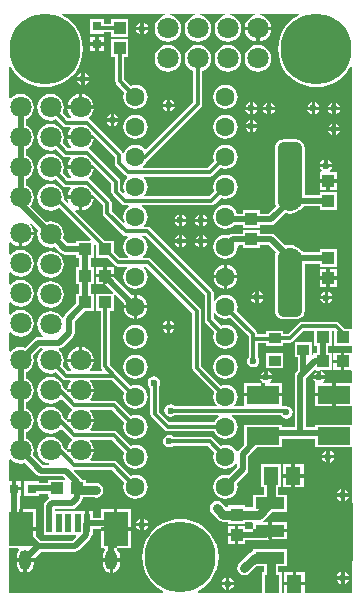
<source format=gtl>
%FSLAX44Y44*%
%MOMM*%
G71*
G01*
G75*
G04 Layer_Physical_Order=1*
G04 Layer_Color=255*
%ADD10R,1.3000X1.5000*%
%ADD11R,1.1000X1.0000*%
%ADD12R,2.1000X2.9000*%
%ADD13R,0.5000X1.6000*%
%ADD14R,1.0000X1.1000*%
%ADD15R,2.4000X3.3000*%
%ADD16R,2.4000X1.0000*%
%ADD17R,1.0000X0.8500*%
%ADD18R,1.0000X0.8500*%
%ADD19R,0.8000X0.8000*%
%ADD20R,2.8000X1.5000*%
%ADD21R,0.8000X0.8000*%
%ADD22R,4.5000X5.0000*%
G04:AMPARAMS|DCode=23|XSize=5.6mm|YSize=2.1mm|CornerRadius=0.525mm|HoleSize=0mm|Usage=FLASHONLY|Rotation=270.000|XOffset=0mm|YOffset=0mm|HoleType=Round|Shape=RoundedRectangle|*
%AMROUNDEDRECTD23*
21,1,5.6000,1.0500,0,0,270.0*
21,1,4.5500,2.1000,0,0,270.0*
1,1,1.0500,-0.5250,-2.2750*
1,1,1.0500,-0.5250,2.2750*
1,1,1.0500,0.5250,2.2750*
1,1,1.0500,0.5250,-2.2750*
%
%ADD23ROUNDEDRECTD23*%
%ADD24C,0.3000*%
%ADD25C,0.5000*%
%ADD26C,0.7500*%
%ADD27C,1.8000*%
%ADD28O,1.0000X1.7000*%
%ADD29C,6.0000*%
%ADD30C,1.6000*%
%ADD31C,0.6000*%
G36*
X1799800Y573800D02*
X1815000D01*
Y567950D01*
X1815000D01*
X1814950D01*
X1814102Y567950D01*
X1814102Y567950D01*
Y567950D01*
X1808750D01*
Y560747D01*
Y553550D01*
X1814102D01*
X1815000Y552652D01*
Y542200D01*
X1801500D01*
Y532497D01*
Y522800D01*
X1815000D01*
Y507200D01*
X1783800D01*
Y504792D01*
X1776292D01*
Y546515D01*
X1777388Y547612D01*
X1777388Y547612D01*
X1783327Y553550D01*
X1785007D01*
X1785376Y552335D01*
X1783751Y551249D01*
X1782602Y549529D01*
X1782496Y549000D01*
X1786000D01*
Y552504D01*
X1787500Y552802D01*
X1787500Y552802D01*
X1788248Y553550D01*
X1797950D01*
Y567950D01*
X1795292D01*
Y573800D01*
X1798200D01*
Y586478D01*
X1799800D01*
Y573800D01*
D02*
G37*
G36*
X1549443Y671980D02*
X1549088Y671124D01*
X1548703Y668200D01*
X1549088Y665276D01*
X1550217Y662552D01*
X1552012Y660212D01*
X1554352Y658417D01*
X1557076Y657288D01*
X1560000Y656903D01*
X1562924Y657288D01*
X1563780Y657643D01*
X1569061Y652362D01*
X1569061Y652362D01*
X1570616Y651323D01*
X1572450Y650958D01*
X1581550D01*
Y648550D01*
X1584458D01*
Y640450D01*
X1581550D01*
Y626050D01*
X1584458D01*
Y617950D01*
X1581550D01*
Y609827D01*
X1572112Y600389D01*
X1571073Y598834D01*
X1571012Y598530D01*
X1570932Y598124D01*
X1570630Y597999D01*
X1569683Y597779D01*
X1567988Y599988D01*
X1565648Y601783D01*
X1562924Y602912D01*
X1560000Y603297D01*
X1557076Y602912D01*
X1554352Y601783D01*
X1552012Y599988D01*
X1550217Y597648D01*
X1549088Y594924D01*
X1548703Y592000D01*
X1549088Y589076D01*
X1550217Y586352D01*
X1552012Y584012D01*
X1553990Y582495D01*
X1553581Y581292D01*
X1549500D01*
X1547666Y580927D01*
X1546111Y579888D01*
X1546111Y579888D01*
X1538380Y572157D01*
X1537524Y572512D01*
X1534600Y572897D01*
X1531676Y572512D01*
X1528952Y571383D01*
X1526612Y569588D01*
X1526203Y569054D01*
X1525000Y569463D01*
Y585037D01*
X1526203Y585446D01*
X1526612Y584912D01*
X1528952Y583117D01*
X1531676Y581988D01*
X1534600Y581603D01*
X1537524Y581988D01*
X1540248Y583117D01*
X1542588Y584912D01*
X1544383Y587252D01*
X1545512Y589976D01*
X1545897Y592900D01*
X1545512Y595824D01*
X1544383Y598548D01*
X1542588Y600888D01*
X1540248Y602683D01*
X1537524Y603812D01*
X1534600Y604197D01*
X1531676Y603812D01*
X1528952Y602683D01*
X1526612Y600888D01*
X1526203Y600354D01*
X1525000Y600762D01*
Y610438D01*
X1526203Y610846D01*
X1526612Y610312D01*
X1528952Y608517D01*
X1531676Y607388D01*
X1534600Y607003D01*
X1537524Y607388D01*
X1540248Y608517D01*
X1542588Y610312D01*
X1544383Y612652D01*
X1545512Y615376D01*
X1545897Y618300D01*
X1545512Y621224D01*
X1544383Y623948D01*
X1542588Y626288D01*
X1540248Y628083D01*
X1537524Y629212D01*
X1534600Y629597D01*
X1531676Y629212D01*
X1528952Y628083D01*
X1526612Y626288D01*
X1526203Y625754D01*
X1525000Y626162D01*
Y635838D01*
X1526203Y636246D01*
X1526612Y635712D01*
X1528952Y633917D01*
X1531676Y632788D01*
X1534600Y632403D01*
X1537524Y632788D01*
X1540248Y633917D01*
X1542588Y635712D01*
X1544383Y638052D01*
X1545512Y640776D01*
X1545897Y643700D01*
X1545512Y646624D01*
X1544383Y649348D01*
X1542588Y651688D01*
X1540248Y653483D01*
X1537524Y654612D01*
X1534600Y654997D01*
X1531676Y654612D01*
X1528952Y653483D01*
X1526612Y651688D01*
X1526203Y651154D01*
X1525000Y651562D01*
Y661237D01*
X1526203Y661646D01*
X1526612Y661112D01*
X1528952Y659317D01*
X1531676Y658188D01*
X1533100Y658001D01*
Y669102D01*
X1534597D01*
Y670600D01*
X1545699D01*
X1545512Y672024D01*
X1544383Y674748D01*
X1542737Y676894D01*
X1543692Y677731D01*
X1549443Y671980D01*
D02*
G37*
G36*
X1526612Y477412D02*
X1528952Y475617D01*
X1531676Y474488D01*
X1534600Y474103D01*
X1537524Y474488D01*
X1538380Y474843D01*
X1548361Y464861D01*
X1549916Y463823D01*
X1550220Y463762D01*
X1551750Y463458D01*
X1551750Y463458D01*
X1570765D01*
X1572600Y461623D01*
X1572114Y460450D01*
X1557800D01*
Y458042D01*
X1550200D01*
Y459200D01*
X1537800D01*
Y446800D01*
X1550200D01*
Y448458D01*
X1557800D01*
Y446050D01*
X1558659D01*
X1559028Y444835D01*
X1557612Y443889D01*
X1557611Y443888D01*
X1555612Y441889D01*
X1554573Y440334D01*
X1554512Y440030D01*
X1554208Y438500D01*
X1554208Y438500D01*
Y423500D01*
X1554300Y423037D01*
Y413300D01*
X1581228D01*
X1581714Y412127D01*
X1578629Y409042D01*
X1551735D01*
X1547700Y413077D01*
Y417500D01*
X1534998D01*
Y418997D01*
X1533500D01*
Y435700D01*
X1533792D01*
Y446800D01*
X1535200D01*
Y451500D01*
X1528997D01*
Y452998D01*
X1527500D01*
Y459200D01*
X1525000D01*
Y477537D01*
X1526203Y477946D01*
X1526612Y477412D01*
D02*
G37*
G36*
X1690477Y616937D02*
Y595450D01*
X1690477Y595450D01*
X1690765Y594006D01*
X1691582Y592782D01*
X1698731Y585634D01*
X1698163Y584263D01*
X1697812Y581600D01*
X1698163Y578937D01*
X1699190Y576456D01*
X1700825Y574325D01*
X1702956Y572690D01*
X1705437Y571662D01*
X1708100Y571312D01*
X1710763Y571662D01*
X1713244Y572690D01*
X1715375Y574325D01*
X1717010Y576456D01*
X1718038Y578937D01*
X1718388Y581600D01*
X1718038Y584263D01*
X1717010Y586744D01*
X1715375Y588875D01*
X1713244Y590510D01*
X1710763Y591537D01*
X1708100Y591888D01*
X1705437Y591537D01*
X1704066Y590969D01*
X1698022Y597013D01*
Y601372D01*
X1698427Y601540D01*
X1699225Y601811D01*
X1700825Y599725D01*
X1702956Y598090D01*
X1705437Y597062D01*
X1708100Y596712D01*
X1710763Y597062D01*
X1712134Y597631D01*
X1727728Y582037D01*
Y579750D01*
X1727728Y579750D01*
X1727728D01*
Y564714D01*
X1726602Y563029D01*
X1726198Y561000D01*
X1726602Y558971D01*
X1727751Y557251D01*
X1729471Y556102D01*
X1731500Y555698D01*
X1733529Y556102D01*
X1735249Y557251D01*
X1736398Y558971D01*
X1736802Y561000D01*
X1736398Y563029D01*
X1735273Y564714D01*
Y575978D01*
X1742800D01*
Y573800D01*
X1757200D01*
Y576478D01*
X1762750D01*
X1762750Y576478D01*
X1764194Y576765D01*
X1765418Y577582D01*
X1774313Y586478D01*
X1782800D01*
Y573800D01*
X1785708D01*
Y567950D01*
X1782550D01*
Y566413D01*
X1781402Y565870D01*
X1781200Y566036D01*
Y577200D01*
X1766800D01*
Y564300D01*
X1769208D01*
Y552985D01*
X1768112Y551889D01*
X1767073Y550334D01*
X1767012Y550030D01*
X1766708Y548500D01*
X1766708Y548500D01*
Y504792D01*
X1756200D01*
Y507200D01*
X1723800D01*
Y490327D01*
X1719362Y485888D01*
X1718468Y484551D01*
X1717204Y484675D01*
X1717010Y485144D01*
X1715375Y487275D01*
X1713244Y488910D01*
X1710763Y489937D01*
X1708100Y490288D01*
X1705437Y489937D01*
X1704066Y489369D01*
X1697518Y495918D01*
X1696294Y496735D01*
X1694850Y497023D01*
X1694850Y497023D01*
X1664214D01*
X1662529Y498148D01*
X1660500Y498552D01*
X1658471Y498148D01*
X1656751Y496999D01*
X1655602Y495279D01*
X1655198Y493250D01*
X1655602Y491221D01*
X1656751Y489501D01*
X1658471Y488352D01*
X1660500Y487948D01*
X1662529Y488352D01*
X1664214Y489478D01*
X1693287D01*
X1698731Y484034D01*
X1698163Y482663D01*
X1697812Y480000D01*
X1698163Y477337D01*
X1699190Y474856D01*
X1700825Y472725D01*
X1702956Y471090D01*
X1705437Y470062D01*
X1708100Y469712D01*
X1710763Y470062D01*
X1713244Y471090D01*
X1715375Y472725D01*
X1716755Y474524D01*
X1717958Y474116D01*
Y471235D01*
X1711115Y464392D01*
X1710763Y464537D01*
X1708100Y464888D01*
X1705437Y464537D01*
X1702956Y463510D01*
X1700825Y461875D01*
X1699190Y459744D01*
X1698163Y457263D01*
X1697812Y454600D01*
X1698163Y451937D01*
X1699190Y449456D01*
X1700825Y447325D01*
X1702956Y445690D01*
X1705437Y444663D01*
X1708100Y444312D01*
X1710763Y444663D01*
X1713244Y445690D01*
X1715375Y447325D01*
X1717010Y449456D01*
X1718038Y451937D01*
X1718388Y454600D01*
X1718038Y457263D01*
X1717892Y457615D01*
X1726138Y465861D01*
X1726138Y465862D01*
X1727177Y467416D01*
X1727542Y469250D01*
Y480515D01*
X1734827Y487800D01*
X1756200D01*
Y495208D01*
X1783800D01*
Y487800D01*
X1815000D01*
Y439200D01*
X1799000D01*
Y416997D01*
Y394800D01*
X1815000D01*
Y365000D01*
X1775200D01*
Y371020D01*
X1757800D01*
Y365000D01*
X1756200D01*
Y382220D01*
X1752567D01*
Y387300D01*
X1760200D01*
Y401700D01*
X1731800D01*
Y400328D01*
X1730679Y400105D01*
X1728710Y398790D01*
X1719710Y389790D01*
X1718395Y387822D01*
X1717933Y385500D01*
X1718395Y383178D01*
X1719710Y381210D01*
X1721678Y379895D01*
X1724000Y379433D01*
X1726322Y379895D01*
X1728290Y381210D01*
X1734379Y387300D01*
X1740434D01*
Y382220D01*
X1738800D01*
Y365000D01*
X1685011D01*
X1684666Y366222D01*
X1688985Y368869D01*
X1692839Y372161D01*
X1696131Y376015D01*
X1698779Y380336D01*
X1700719Y385019D01*
X1701902Y389947D01*
X1702299Y395000D01*
X1701902Y400053D01*
X1700719Y404981D01*
X1698779Y409664D01*
X1696131Y413985D01*
X1692839Y417839D01*
X1688985Y421131D01*
X1684664Y423779D01*
X1679981Y425719D01*
X1675053Y426902D01*
X1670000Y427300D01*
X1664947Y426902D01*
X1660019Y425719D01*
X1655336Y423779D01*
X1651015Y421131D01*
X1647161Y417839D01*
X1643869Y413985D01*
X1641221Y409664D01*
X1639281Y404981D01*
X1638098Y400053D01*
X1637700Y395000D01*
X1638098Y389947D01*
X1639281Y385019D01*
X1641221Y380336D01*
X1643869Y376015D01*
X1647161Y372161D01*
X1651015Y368869D01*
X1655334Y366222D01*
X1654989Y365000D01*
X1525000D01*
Y402300D01*
X1532471D01*
X1533365Y401135D01*
X1532211Y399631D01*
X1531485Y397880D01*
X1531238Y396000D01*
Y394000D01*
X1545763D01*
Y393486D01*
X1551735Y399458D01*
X1580614D01*
X1580614Y399458D01*
X1582144Y399762D01*
X1582448Y399823D01*
X1584003Y400862D01*
X1593389Y410247D01*
X1594427Y411802D01*
X1594488Y412106D01*
X1594725Y413300D01*
X1595700D01*
Y418708D01*
X1602299D01*
Y420500D01*
X1613500D01*
Y435700D01*
X1602300D01*
Y428292D01*
X1595700D01*
Y433700D01*
X1592500D01*
Y423498D01*
X1589500D01*
Y433700D01*
X1563792D01*
Y435708D01*
X1578250D01*
X1578250Y435708D01*
X1579780Y436012D01*
X1580084Y436073D01*
X1581638Y437112D01*
X1585889Y441362D01*
X1585889Y441361D01*
X1585889Y441362D01*
X1586927Y442916D01*
X1586988Y443220D01*
X1587292Y444750D01*
X1587292Y444750D01*
Y445683D01*
X1597493D01*
X1598750Y445433D01*
X1601072Y445895D01*
X1603040Y447210D01*
X1604355Y449178D01*
X1604817Y451500D01*
X1604355Y453822D01*
X1603040Y455790D01*
X1602790Y456040D01*
X1600822Y457355D01*
X1598500Y457817D01*
X1590200D01*
Y460450D01*
X1586850D01*
X1585889Y461889D01*
X1585888Y461889D01*
X1579961Y467816D01*
X1580222Y469128D01*
X1612037D01*
X1622531Y458634D01*
X1621963Y457263D01*
X1621612Y454600D01*
X1621963Y451937D01*
X1622990Y449456D01*
X1624625Y447325D01*
X1626756Y445690D01*
X1629237Y444663D01*
X1631900Y444312D01*
X1634563Y444663D01*
X1637044Y445690D01*
X1639175Y447325D01*
X1640810Y449456D01*
X1641837Y451937D01*
X1642188Y454600D01*
X1641837Y457263D01*
X1640810Y459744D01*
X1639175Y461875D01*
X1637044Y463510D01*
X1634563Y464537D01*
X1631900Y464888D01*
X1629237Y464537D01*
X1627866Y463969D01*
X1616268Y475568D01*
X1615044Y476385D01*
X1613600Y476673D01*
X1613600Y476672D01*
X1594256D01*
X1593694Y477812D01*
X1595183Y479752D01*
X1596312Y482476D01*
X1596499Y483900D01*
X1574558D01*
X1574261Y484197D01*
X1574103Y485400D01*
X1574169Y485899D01*
X1572966Y485491D01*
X1571030Y487428D01*
X1570912Y488324D01*
X1569783Y491048D01*
X1567988Y493388D01*
X1565648Y495183D01*
X1562924Y496312D01*
X1560000Y496697D01*
X1557076Y496312D01*
X1554352Y495183D01*
X1552012Y493388D01*
X1550217Y491048D01*
X1549088Y488324D01*
X1548703Y485400D01*
X1549088Y482476D01*
X1550217Y479752D01*
X1552012Y477412D01*
X1554352Y475617D01*
X1557076Y474488D01*
X1558435Y474309D01*
X1558352Y473042D01*
X1553735D01*
X1545157Y481620D01*
X1545512Y482476D01*
X1545897Y485400D01*
X1545512Y488324D01*
X1544383Y491048D01*
X1542588Y493388D01*
X1540248Y495183D01*
X1539392Y495538D01*
Y500662D01*
X1540248Y501017D01*
X1542588Y502812D01*
X1544383Y505152D01*
X1545512Y507876D01*
X1545897Y510800D01*
X1545512Y513724D01*
X1544383Y516448D01*
X1542588Y518788D01*
X1540248Y520583D01*
X1539392Y520938D01*
Y526062D01*
X1540248Y526417D01*
X1542588Y528212D01*
X1544383Y530552D01*
X1545512Y533276D01*
X1545897Y536200D01*
X1545512Y539124D01*
X1544383Y541848D01*
X1542588Y544188D01*
X1540248Y545983D01*
X1539392Y546338D01*
Y551462D01*
X1540248Y551817D01*
X1542588Y553612D01*
X1544383Y555952D01*
X1545512Y558676D01*
X1545897Y561600D01*
X1545512Y564524D01*
X1545157Y565380D01*
X1551485Y571708D01*
X1552800D01*
X1553208Y570505D01*
X1552012Y569588D01*
X1550217Y567248D01*
X1549088Y564524D01*
X1548703Y561600D01*
X1549088Y558676D01*
X1550217Y555952D01*
X1552012Y553612D01*
X1554352Y551817D01*
X1557076Y550688D01*
X1560000Y550303D01*
X1562924Y550688D01*
X1564800Y551465D01*
X1570232Y546032D01*
X1570232Y546032D01*
X1571456Y545215D01*
X1571456Y545215D01*
X1571456Y545215D01*
D01*
X1571456Y545215D01*
X1571456Y545215D01*
X1572900Y544927D01*
X1576544D01*
X1577106Y543788D01*
X1575617Y541848D01*
X1574488Y539124D01*
X1574301Y537700D01*
X1596499D01*
X1596312Y539124D01*
X1595183Y541848D01*
X1593388Y544188D01*
X1593639Y544927D01*
X1612437D01*
X1622531Y534834D01*
X1621963Y533463D01*
X1621612Y530800D01*
X1621963Y528137D01*
X1622990Y525656D01*
X1624625Y523525D01*
X1626756Y521890D01*
X1629237Y520863D01*
X1631900Y520512D01*
X1634563Y520863D01*
X1637044Y521890D01*
X1639175Y523525D01*
X1640810Y525656D01*
X1641837Y528137D01*
X1642188Y530800D01*
X1641837Y533463D01*
X1640810Y535944D01*
X1639175Y538075D01*
X1637044Y539710D01*
X1634563Y540737D01*
X1631900Y541088D01*
X1629237Y540737D01*
X1627866Y540169D01*
X1616668Y551367D01*
X1610022Y558013D01*
Y603550D01*
X1613950D01*
Y616514D01*
X1615123Y617000D01*
X1622108Y610015D01*
X1621963Y609663D01*
X1621810Y608500D01*
X1630400D01*
Y617090D01*
X1629237Y616937D01*
X1628885Y616792D01*
X1613950Y631727D01*
Y631750D01*
X1607750D01*
Y626049D01*
X1606073D01*
X1613000Y619123D01*
X1612514Y617950D01*
X1598550D01*
Y603550D01*
X1602478D01*
Y556450D01*
X1602478Y556450D01*
X1602765Y555006D01*
X1603582Y553782D01*
X1603719Y553646D01*
X1603233Y552472D01*
X1593949D01*
X1593388Y553612D01*
X1593388Y553612D01*
X1595183Y555952D01*
X1596312Y558676D01*
X1596499Y560100D01*
X1574301D01*
X1574488Y558676D01*
X1575617Y555952D01*
X1577412Y553612D01*
X1577412Y553612D01*
X1576851Y552472D01*
X1574463D01*
X1570135Y556800D01*
X1570912Y558676D01*
X1571297Y561600D01*
X1570912Y564524D01*
X1569783Y567248D01*
X1567988Y569588D01*
X1566981Y570361D01*
X1567250Y571708D01*
X1568780Y572012D01*
X1569084Y572073D01*
X1570638Y573111D01*
X1570638Y573111D01*
X1570638Y573111D01*
X1578888Y581361D01*
X1578889Y581362D01*
X1579927Y582916D01*
X1579988Y583220D01*
X1580292Y584750D01*
X1580292Y584750D01*
Y595015D01*
X1588827Y603550D01*
X1596950D01*
Y617950D01*
X1594042D01*
Y626050D01*
X1596950D01*
Y640450D01*
X1594042D01*
Y648550D01*
X1596950D01*
Y659556D01*
X1597494Y659781D01*
X1598550Y659075D01*
Y648550D01*
X1608115D01*
X1614582Y642083D01*
X1614583Y642082D01*
X1615806Y641265D01*
X1617250Y640977D01*
X1617250Y640977D01*
X1624348D01*
X1624756Y639775D01*
X1624625Y639675D01*
X1622990Y637544D01*
X1621963Y635063D01*
X1621612Y632400D01*
X1621963Y629737D01*
X1622990Y627256D01*
X1624625Y625125D01*
X1626756Y623490D01*
X1629237Y622463D01*
X1631900Y622112D01*
X1634563Y622463D01*
X1637044Y623490D01*
X1639175Y625125D01*
X1640810Y627256D01*
X1641837Y629737D01*
X1642188Y632400D01*
X1641837Y635063D01*
X1640810Y637544D01*
X1639175Y639675D01*
X1639044Y639775D01*
X1639452Y640977D01*
X1640937D01*
X1679978Y601937D01*
Y555150D01*
X1679978Y555150D01*
X1680265Y553706D01*
X1681082Y552482D01*
X1698731Y534834D01*
X1698163Y533463D01*
X1697812Y530800D01*
X1698163Y528137D01*
X1699190Y525656D01*
X1700529Y523912D01*
X1699967Y522772D01*
X1665464D01*
X1663779Y523898D01*
X1661750Y524302D01*
X1659721Y523898D01*
X1658001Y522749D01*
X1656852Y521029D01*
X1656448Y519000D01*
X1656852Y516971D01*
X1658001Y515251D01*
X1659721Y514102D01*
X1661750Y513698D01*
X1663779Y514102D01*
X1665464Y515228D01*
X1702177D01*
X1702585Y514025D01*
X1700825Y512675D01*
X1699190Y510544D01*
X1698622Y509173D01*
X1660663D01*
X1652023Y517813D01*
Y540159D01*
X1652398Y540721D01*
X1652802Y542750D01*
X1652398Y544779D01*
X1651249Y546499D01*
X1649529Y547648D01*
X1647500Y548052D01*
X1645471Y547648D01*
X1643751Y546499D01*
X1642602Y544779D01*
X1642198Y542750D01*
X1642602Y540721D01*
X1643751Y539001D01*
X1644478Y538516D01*
Y516250D01*
X1644478Y516250D01*
X1644765Y514806D01*
X1645582Y513582D01*
X1656432Y502733D01*
X1656432Y502732D01*
X1657166Y502242D01*
X1657656Y501915D01*
X1659100Y501628D01*
X1698622D01*
X1699190Y500256D01*
X1700825Y498125D01*
X1702956Y496490D01*
X1705437Y495462D01*
X1708100Y495112D01*
X1710763Y495462D01*
X1713244Y496490D01*
X1715375Y498125D01*
X1717010Y500256D01*
X1718038Y502737D01*
X1718388Y505400D01*
X1718038Y508063D01*
X1717010Y510544D01*
X1715375Y512675D01*
X1713244Y514310D01*
X1713427Y515228D01*
X1755014D01*
X1756001Y513751D01*
X1757721Y512602D01*
X1759750Y512198D01*
X1761779Y512602D01*
X1763499Y513751D01*
X1764648Y515471D01*
X1765052Y517500D01*
X1764648Y519529D01*
X1763499Y521249D01*
X1761779Y522398D01*
X1759750Y522802D01*
X1758926Y522638D01*
X1758250Y522772D01*
X1758250Y522772D01*
X1756200D01*
Y522800D01*
X1756200Y523430D01*
X1756200Y523671D01*
X1756200Y523671D01*
X1756200D01*
Y531000D01*
X1723800D01*
Y523671D01*
X1723800Y523671D01*
X1723800D01*
X1723800Y522800D01*
X1723772Y522772D01*
X1716233D01*
X1715671Y523912D01*
X1717010Y525656D01*
X1718038Y528137D01*
X1718388Y530800D01*
X1718038Y533463D01*
X1717010Y535944D01*
X1715375Y538075D01*
X1713244Y539710D01*
X1710763Y540737D01*
X1708100Y541088D01*
X1705437Y540737D01*
X1704066Y540169D01*
X1687522Y556713D01*
Y603500D01*
X1687235Y604944D01*
X1686908Y605434D01*
X1686418Y606167D01*
X1686418Y606168D01*
X1645168Y647418D01*
X1643944Y648235D01*
X1642500Y648522D01*
X1642500Y648522D01*
X1638540D01*
X1638132Y649725D01*
X1639175Y650525D01*
X1640810Y652656D01*
X1641837Y655137D01*
X1642188Y657800D01*
X1641837Y660463D01*
X1640810Y662944D01*
X1639175Y665075D01*
X1637044Y666710D01*
X1637097Y666977D01*
X1640437D01*
X1690477Y616937D01*
D02*
G37*
G36*
X1770334Y853778D02*
X1766015Y851131D01*
X1762161Y847839D01*
X1758869Y843985D01*
X1756221Y839664D01*
X1754281Y834981D01*
X1753098Y830053D01*
X1752701Y825000D01*
X1753098Y819947D01*
X1754281Y815019D01*
X1756221Y810336D01*
X1758869Y806015D01*
X1762161Y802161D01*
X1766015Y798869D01*
X1770336Y796221D01*
X1775019Y794281D01*
X1779947Y793098D01*
X1785000Y792700D01*
X1790053Y793098D01*
X1794981Y794281D01*
X1799664Y796221D01*
X1803985Y798869D01*
X1807839Y802161D01*
X1811131Y806015D01*
X1813778Y810334D01*
X1815000Y809989D01*
Y588200D01*
X1809135D01*
X1804418Y592918D01*
X1803194Y593735D01*
X1801750Y594022D01*
X1801750Y594022D01*
X1772750D01*
X1772750Y594022D01*
X1771306Y593735D01*
X1770083Y592918D01*
X1770082Y592918D01*
X1761187Y584022D01*
X1757200D01*
Y586700D01*
X1742800D01*
Y583522D01*
X1735660D01*
X1735273Y583600D01*
X1734985Y585044D01*
X1734168Y586268D01*
X1717469Y602966D01*
X1718038Y604337D01*
X1718388Y607000D01*
X1718038Y609663D01*
X1717010Y612144D01*
X1715375Y614275D01*
X1713244Y615910D01*
X1710763Y616937D01*
X1708100Y617288D01*
X1705437Y616937D01*
X1702956Y615910D01*
X1700825Y614275D01*
X1699225Y612189D01*
X1698427Y612460D01*
X1698022Y612628D01*
Y618500D01*
X1698022Y618500D01*
X1697735Y619944D01*
X1696918Y621168D01*
X1644668Y673418D01*
X1643444Y674235D01*
X1642000Y674522D01*
X1642000Y674522D01*
X1639322D01*
X1638914Y675725D01*
X1639175Y675925D01*
X1640810Y678056D01*
X1641837Y680537D01*
X1642188Y683200D01*
X1641837Y685863D01*
X1640810Y688344D01*
X1639175Y690475D01*
X1637044Y692110D01*
X1637217Y692978D01*
X1696250D01*
X1696250Y692978D01*
X1697694Y693265D01*
X1698918Y694082D01*
X1704066Y699231D01*
X1705437Y698662D01*
X1708100Y698312D01*
X1710763Y698662D01*
X1713244Y699690D01*
X1715375Y701325D01*
X1717010Y703456D01*
X1718038Y705937D01*
X1718388Y708600D01*
X1718038Y711263D01*
X1717010Y713744D01*
X1715375Y715875D01*
X1713244Y717510D01*
X1710763Y718537D01*
X1708100Y718888D01*
X1705437Y718537D01*
X1702956Y717510D01*
X1700825Y715875D01*
X1699190Y713744D01*
X1698163Y711263D01*
X1697812Y708600D01*
X1698163Y705937D01*
X1698731Y704566D01*
X1694687Y700523D01*
X1639995D01*
X1639433Y701662D01*
X1640810Y703456D01*
X1641837Y705937D01*
X1642188Y708600D01*
X1641837Y711263D01*
X1640810Y713744D01*
X1639175Y715875D01*
X1638979Y716025D01*
X1639387Y717227D01*
X1695100D01*
X1695100Y717227D01*
X1696544Y717515D01*
X1697768Y718332D01*
X1704066Y724631D01*
X1705437Y724062D01*
X1708100Y723712D01*
X1710763Y724062D01*
X1713244Y725090D01*
X1715375Y726725D01*
X1717010Y728856D01*
X1718038Y731337D01*
X1718388Y734000D01*
X1718038Y736663D01*
X1717010Y739144D01*
X1715375Y741275D01*
X1713244Y742910D01*
X1710763Y743937D01*
X1708100Y744288D01*
X1705437Y743937D01*
X1702956Y742910D01*
X1700825Y741275D01*
X1699190Y739144D01*
X1698163Y736663D01*
X1697812Y734000D01*
X1698163Y731337D01*
X1698731Y729966D01*
X1693537Y724772D01*
X1638605D01*
X1638197Y725975D01*
X1639175Y726725D01*
X1640810Y728856D01*
X1641479Y730472D01*
X1641694Y730515D01*
X1642917Y731332D01*
X1687467Y775882D01*
X1687468Y775882D01*
X1688285Y777106D01*
X1688573Y778550D01*
Y806740D01*
X1690448Y807517D01*
X1692788Y809312D01*
X1694583Y811652D01*
X1695712Y814376D01*
X1696097Y817300D01*
X1695712Y820224D01*
X1694583Y822948D01*
X1692788Y825288D01*
X1690448Y827083D01*
X1687724Y828212D01*
X1684800Y828597D01*
X1681876Y828212D01*
X1679152Y827083D01*
X1676812Y825288D01*
X1675017Y822948D01*
X1673888Y820224D01*
X1673503Y817300D01*
X1673888Y814376D01*
X1675017Y811652D01*
X1676812Y809312D01*
X1679152Y807517D01*
X1681028Y806740D01*
Y780113D01*
X1641165Y740250D01*
X1639897Y740333D01*
X1639175Y741275D01*
X1637044Y742910D01*
X1634563Y743937D01*
X1631900Y744288D01*
X1629237Y743937D01*
X1626756Y742910D01*
X1624625Y741275D01*
X1622990Y739144D01*
X1622374Y737657D01*
X1621110Y737532D01*
X1620668Y738195D01*
X1593245Y765618D01*
X1592021Y766435D01*
X1591947Y766756D01*
X1593388Y767862D01*
X1595183Y770202D01*
X1596312Y772926D01*
X1596499Y774350D01*
X1574301D01*
X1574488Y772926D01*
X1575617Y770202D01*
X1577412Y767862D01*
X1577412Y767862D01*
X1576851Y766722D01*
X1574463D01*
X1570135Y771050D01*
X1570912Y772926D01*
X1571297Y775850D01*
X1570912Y778774D01*
X1569783Y781498D01*
X1567988Y783838D01*
X1565648Y785633D01*
X1562924Y786762D01*
X1560000Y787147D01*
X1557076Y786762D01*
X1554352Y785633D01*
X1552012Y783838D01*
X1550217Y781498D01*
X1549088Y778774D01*
X1548703Y775850D01*
X1549088Y772926D01*
X1550217Y770202D01*
X1552012Y767862D01*
X1554352Y766067D01*
X1557076Y764938D01*
X1560000Y764553D01*
X1562924Y764938D01*
X1564800Y765715D01*
X1570232Y760283D01*
X1570232Y760282D01*
X1571456Y759465D01*
X1572900Y759177D01*
X1576544D01*
X1577106Y758038D01*
X1575617Y756098D01*
X1574488Y753374D01*
X1574301Y751950D01*
X1596242D01*
X1596539Y751653D01*
X1596697Y750450D01*
X1596631Y749951D01*
X1597834Y750359D01*
X1614227Y733965D01*
Y728750D01*
X1614227Y728750D01*
X1614515Y727306D01*
X1615332Y726082D01*
X1623082Y718332D01*
X1624306Y717515D01*
X1624748Y717427D01*
X1625036Y716190D01*
X1624625Y715875D01*
X1622990Y713744D01*
X1621963Y711263D01*
X1621612Y708600D01*
X1621963Y705937D01*
X1622707Y704139D01*
X1621651Y703434D01*
X1619023Y706063D01*
Y712878D01*
X1618735Y714321D01*
X1617918Y715545D01*
X1617917Y715545D01*
X1593245Y740218D01*
X1592021Y741035D01*
X1591947Y741356D01*
X1593388Y742462D01*
X1595183Y744802D01*
X1596312Y747526D01*
X1596499Y748950D01*
X1574301D01*
X1574488Y747526D01*
X1575617Y744802D01*
X1577412Y742462D01*
X1577412Y742462D01*
X1576851Y741322D01*
X1574463D01*
X1570135Y745650D01*
X1570912Y747526D01*
X1571297Y750450D01*
X1570912Y753374D01*
X1569783Y756098D01*
X1567988Y758438D01*
X1565648Y760233D01*
X1562924Y761362D01*
X1560000Y761747D01*
X1557076Y761362D01*
X1554352Y760233D01*
X1552012Y758438D01*
X1550217Y756098D01*
X1549088Y753374D01*
X1548703Y750450D01*
X1549088Y747526D01*
X1550217Y744802D01*
X1552012Y742462D01*
X1554352Y740667D01*
X1557076Y739538D01*
X1560000Y739153D01*
X1562924Y739538D01*
X1564800Y740315D01*
X1570232Y734883D01*
X1570232Y734882D01*
X1571456Y734065D01*
X1572900Y733777D01*
X1576544D01*
X1577106Y732638D01*
X1575617Y730698D01*
X1574488Y727974D01*
X1574301Y726550D01*
X1596242D01*
X1596539Y726253D01*
X1596697Y725050D01*
X1596631Y724551D01*
X1597834Y724959D01*
X1611478Y711315D01*
Y704500D01*
X1611478Y704500D01*
X1611765Y703056D01*
X1612582Y701832D01*
X1620332Y694082D01*
X1621556Y693265D01*
X1623000Y692978D01*
X1623000Y692978D01*
X1625912D01*
X1626320Y691775D01*
X1624625Y690475D01*
X1622990Y688344D01*
X1621963Y685863D01*
X1621612Y683200D01*
X1621963Y680537D01*
X1622778Y678569D01*
X1621722Y677863D01*
X1611750Y687835D01*
Y694750D01*
X1611750Y694750D01*
X1611750Y694750D01*
Y694750D01*
X1611750D01*
X1611750Y694750D01*
X1611463Y696194D01*
X1611135Y696684D01*
X1610645Y697418D01*
X1610645Y697418D01*
X1593245Y714818D01*
X1592021Y715635D01*
X1591947Y715956D01*
X1593388Y717062D01*
X1595183Y719402D01*
X1596312Y722126D01*
X1596499Y723550D01*
X1574301D01*
X1574488Y722126D01*
X1575617Y719402D01*
X1577412Y717062D01*
X1577412Y717062D01*
X1576851Y715922D01*
X1574463D01*
X1570135Y720250D01*
X1570912Y722126D01*
X1571297Y725050D01*
X1570912Y727974D01*
X1569783Y730698D01*
X1567988Y733038D01*
X1565648Y734833D01*
X1562924Y735962D01*
X1560000Y736347D01*
X1557076Y735962D01*
X1554352Y734833D01*
X1552012Y733038D01*
X1550217Y730698D01*
X1549088Y727974D01*
X1548703Y725050D01*
X1549088Y722126D01*
X1550217Y719402D01*
X1552012Y717062D01*
X1554352Y715267D01*
X1557076Y714138D01*
X1560000Y713753D01*
X1562924Y714138D01*
X1564800Y714915D01*
X1570232Y709482D01*
X1570232Y709482D01*
X1571456Y708665D01*
X1572900Y708378D01*
X1576544D01*
X1577106Y707238D01*
X1575617Y705298D01*
X1574488Y702574D01*
X1574301Y701150D01*
X1596242D01*
X1596539Y700853D01*
X1596697Y699650D01*
X1596631Y699151D01*
X1597834Y699559D01*
X1604205Y693187D01*
Y686273D01*
X1604205Y686272D01*
X1604492Y684829D01*
X1605310Y683605D01*
X1620832Y668083D01*
X1620832Y668082D01*
X1622056Y667265D01*
X1623500Y666977D01*
X1623500Y666977D01*
X1625130D01*
X1625538Y665775D01*
X1624625Y665075D01*
X1622990Y662944D01*
X1621963Y660463D01*
X1621612Y657800D01*
X1621963Y655137D01*
X1622990Y652656D01*
X1624625Y650525D01*
X1625668Y649725D01*
X1625260Y648522D01*
X1618813D01*
X1613950Y653385D01*
Y662950D01*
X1605885D01*
X1580716Y688119D01*
X1581422Y689175D01*
X1582476Y688738D01*
X1583900Y688551D01*
Y698150D01*
X1574301D01*
X1574488Y696726D01*
X1574925Y695671D01*
X1573869Y694966D01*
X1571051Y697784D01*
X1571297Y699650D01*
X1570912Y702574D01*
X1569783Y705298D01*
X1567988Y707638D01*
X1565648Y709433D01*
X1562924Y710562D01*
X1560000Y710947D01*
X1557076Y710562D01*
X1554352Y709433D01*
X1552012Y707638D01*
X1550217Y705298D01*
X1549088Y702574D01*
X1548703Y699650D01*
X1549088Y696726D01*
X1550217Y694002D01*
X1552012Y691662D01*
X1554352Y689867D01*
X1557076Y688738D01*
X1560000Y688353D01*
X1562924Y688738D01*
X1565648Y689867D01*
X1567148Y691017D01*
X1594041Y664123D01*
X1593555Y662950D01*
X1581550D01*
Y660542D01*
X1574435D01*
X1570557Y664420D01*
X1570912Y665276D01*
X1571297Y668200D01*
X1570912Y671124D01*
X1569783Y673848D01*
X1567988Y676188D01*
X1565648Y677983D01*
X1562924Y679112D01*
X1560000Y679497D01*
X1557076Y679112D01*
X1556220Y678757D01*
X1542904Y692073D01*
X1544383Y694002D01*
X1545512Y696726D01*
X1545897Y699650D01*
X1545512Y702574D01*
X1544383Y705298D01*
X1542588Y707638D01*
X1540248Y709433D01*
X1539392Y709788D01*
Y714912D01*
X1540248Y715267D01*
X1542588Y717062D01*
X1544383Y719402D01*
X1545512Y722126D01*
X1545897Y725050D01*
X1545512Y727974D01*
X1544383Y730698D01*
X1542588Y733038D01*
X1540248Y734833D01*
X1539392Y735188D01*
Y740312D01*
X1540248Y740667D01*
X1542588Y742462D01*
X1544383Y744802D01*
X1545512Y747526D01*
X1545897Y750450D01*
X1545512Y753374D01*
X1544383Y756098D01*
X1542588Y758438D01*
X1540248Y760233D01*
X1539392Y760588D01*
Y765712D01*
X1540248Y766067D01*
X1542588Y767862D01*
X1544383Y770202D01*
X1545512Y772926D01*
X1545897Y775850D01*
X1545512Y778774D01*
X1544383Y781498D01*
X1542588Y783838D01*
X1540248Y785633D01*
X1537524Y786762D01*
X1534600Y787147D01*
X1531676Y786762D01*
X1528952Y785633D01*
X1526612Y783838D01*
X1526203Y783304D01*
X1525000Y783712D01*
Y809989D01*
X1526222Y810334D01*
X1528869Y806015D01*
X1532161Y802161D01*
X1536015Y798869D01*
X1540336Y796221D01*
X1545019Y794281D01*
X1549947Y793098D01*
X1555000Y792700D01*
X1560053Y793098D01*
X1564981Y794281D01*
X1569664Y796221D01*
X1573985Y798869D01*
X1577839Y802161D01*
X1581131Y806015D01*
X1583779Y810336D01*
X1585719Y815019D01*
X1586902Y819947D01*
X1587299Y825000D01*
X1586902Y830053D01*
X1585719Y834981D01*
X1583779Y839664D01*
X1581131Y843985D01*
X1577839Y847839D01*
X1573985Y851131D01*
X1569664Y853779D01*
X1569907Y855000D01*
X1657312D01*
X1657395Y853733D01*
X1656476Y853612D01*
X1653752Y852483D01*
X1651412Y850688D01*
X1649617Y848348D01*
X1648488Y845624D01*
X1648103Y842700D01*
X1648488Y839776D01*
X1649617Y837052D01*
X1651412Y834712D01*
X1653752Y832917D01*
X1656476Y831788D01*
X1659400Y831403D01*
X1662324Y831788D01*
X1665048Y832917D01*
X1667388Y834712D01*
X1669183Y837052D01*
X1670312Y839776D01*
X1670697Y842700D01*
X1670312Y845624D01*
X1669183Y848348D01*
X1667388Y850688D01*
X1665048Y852483D01*
X1662324Y853612D01*
X1661405Y853733D01*
X1661488Y855000D01*
X1682712D01*
X1682795Y853733D01*
X1681876Y853612D01*
X1679152Y852483D01*
X1676812Y850688D01*
X1675017Y848348D01*
X1673888Y845624D01*
X1673503Y842700D01*
X1673888Y839776D01*
X1675017Y837052D01*
X1676812Y834712D01*
X1679152Y832917D01*
X1681876Y831788D01*
X1684800Y831403D01*
X1687724Y831788D01*
X1690448Y832917D01*
X1692788Y834712D01*
X1694583Y837052D01*
X1695712Y839776D01*
X1696097Y842700D01*
X1695712Y845624D01*
X1694583Y848348D01*
X1692788Y850688D01*
X1690448Y852483D01*
X1687724Y853612D01*
X1686805Y853733D01*
X1686888Y855000D01*
X1708112D01*
X1708195Y853733D01*
X1707276Y853612D01*
X1704552Y852483D01*
X1702212Y850688D01*
X1700417Y848348D01*
X1699288Y845624D01*
X1698903Y842700D01*
X1699288Y839776D01*
X1700417Y837052D01*
X1702212Y834712D01*
X1704552Y832917D01*
X1707276Y831788D01*
X1710200Y831403D01*
X1713124Y831788D01*
X1715848Y832917D01*
X1718188Y834712D01*
X1719983Y837052D01*
X1721112Y839776D01*
X1721497Y842700D01*
X1721112Y845624D01*
X1719983Y848348D01*
X1718188Y850688D01*
X1715848Y852483D01*
X1713124Y853612D01*
X1712205Y853733D01*
X1712288Y855000D01*
X1733512D01*
X1733595Y853733D01*
X1732676Y853612D01*
X1729952Y852483D01*
X1727612Y850688D01*
X1725817Y848348D01*
X1724688Y845624D01*
X1724501Y844200D01*
X1746699D01*
X1746512Y845624D01*
X1745383Y848348D01*
X1743588Y850688D01*
X1741248Y852483D01*
X1738524Y853612D01*
X1737605Y853733D01*
X1737688Y855000D01*
X1769989D01*
X1770334Y853778D01*
D02*
G37*
%LPC*%
G36*
X1789000Y552504D02*
Y549000D01*
X1792504D01*
X1792398Y549529D01*
X1791249Y551249D01*
X1789529Y552398D01*
X1789000Y552504D01*
D02*
G37*
G36*
X1757200Y567700D02*
X1742800D01*
Y554800D01*
X1757200D01*
Y567700D01*
D02*
G37*
G36*
X1805750Y559250D02*
X1799550D01*
Y553550D01*
X1805750D01*
Y559250D01*
D02*
G37*
G36*
Y567950D02*
X1799550D01*
Y562250D01*
X1805750D01*
Y567950D01*
D02*
G37*
G36*
X1631900Y591888D02*
X1629237Y591537D01*
X1626756Y590510D01*
X1624625Y588875D01*
X1622990Y586744D01*
X1621963Y584263D01*
X1621612Y581600D01*
X1621963Y578937D01*
X1622990Y576456D01*
X1624625Y574325D01*
X1626756Y572690D01*
X1629237Y571662D01*
X1631900Y571312D01*
X1634563Y571662D01*
X1637044Y572690D01*
X1639175Y574325D01*
X1640810Y576456D01*
X1641837Y578937D01*
X1642188Y581600D01*
X1641837Y584263D01*
X1640810Y586744D01*
X1639175Y588875D01*
X1637044Y590510D01*
X1634563Y591537D01*
X1631900Y591888D01*
D02*
G37*
G36*
X1658500Y588500D02*
X1654996D01*
X1655102Y587971D01*
X1656251Y586251D01*
X1657971Y585102D01*
X1658500Y584996D01*
Y588500D01*
D02*
G37*
G36*
X1583900Y572699D02*
X1582476Y572512D01*
X1579752Y571383D01*
X1577412Y569588D01*
X1575617Y567248D01*
X1574488Y564524D01*
X1574301Y563100D01*
X1583900D01*
Y572699D01*
D02*
G37*
G36*
X1586900D02*
Y563100D01*
X1596499D01*
X1596312Y564524D01*
X1595183Y567248D01*
X1593388Y569588D01*
X1591048Y571383D01*
X1588324Y572512D01*
X1586900Y572699D01*
D02*
G37*
G36*
X1744000Y552504D02*
Y549000D01*
X1747504D01*
X1747398Y549529D01*
X1746249Y551249D01*
X1744529Y552398D01*
X1744000Y552504D01*
D02*
G37*
G36*
X1798500Y531000D02*
X1783800D01*
Y522800D01*
X1798500D01*
Y531000D01*
D02*
G37*
G36*
X1738500Y542200D02*
X1723800D01*
Y534000D01*
X1738500D01*
Y542200D01*
D02*
G37*
G36*
X1796500Y485004D02*
Y481500D01*
X1800004D01*
X1799898Y482029D01*
X1798749Y483749D01*
X1797029Y484898D01*
X1796500Y485004D01*
D02*
G37*
G36*
X1560000Y547497D02*
X1557076Y547112D01*
X1554352Y545983D01*
X1552012Y544188D01*
X1550217Y541848D01*
X1549088Y539124D01*
X1548703Y536200D01*
X1549088Y533276D01*
X1550217Y530552D01*
X1552012Y528212D01*
X1554352Y526417D01*
X1557076Y525288D01*
X1560000Y524903D01*
X1562924Y525288D01*
X1565648Y526417D01*
X1567988Y528212D01*
X1568438Y528799D01*
X1569705Y528882D01*
X1577555Y521032D01*
X1577555Y521032D01*
X1578136Y520644D01*
X1578177Y519375D01*
X1577412Y518788D01*
X1575617Y516448D01*
X1574488Y513724D01*
X1574301Y512300D01*
X1596499D01*
X1596312Y513724D01*
X1595183Y516448D01*
X1593388Y518788D01*
X1593775Y519927D01*
X1612037D01*
X1622531Y509434D01*
X1621963Y508063D01*
X1621612Y505400D01*
X1621963Y502737D01*
X1622990Y500256D01*
X1624625Y498125D01*
X1626756Y496490D01*
X1629237Y495462D01*
X1631900Y495112D01*
X1634563Y495462D01*
X1637044Y496490D01*
X1639175Y498125D01*
X1640810Y500256D01*
X1641837Y502737D01*
X1642188Y505400D01*
X1641837Y508063D01*
X1640810Y510544D01*
X1639175Y512675D01*
X1637044Y514310D01*
X1634563Y515337D01*
X1631900Y515688D01*
X1629237Y515337D01*
X1627866Y514769D01*
X1616268Y526367D01*
X1615044Y527185D01*
X1613600Y527472D01*
X1613600Y527472D01*
X1594256D01*
X1593694Y528611D01*
X1595183Y530552D01*
X1596312Y533276D01*
X1596499Y534700D01*
X1574558D01*
X1574261Y534997D01*
X1574103Y536200D01*
X1574169Y536699D01*
X1572966Y536291D01*
X1571030Y538228D01*
X1570912Y539124D01*
X1569783Y541848D01*
X1567988Y544188D01*
X1565648Y545983D01*
X1562924Y547112D01*
X1560000Y547497D01*
D02*
G37*
G36*
X1747504Y546000D02*
X1737496D01*
X1737602Y545471D01*
X1738751Y543751D01*
X1739253Y543415D01*
X1738885Y542201D01*
X1741500D01*
Y534000D01*
X1756200D01*
Y542200D01*
X1746115D01*
X1745747Y543415D01*
X1746249Y543751D01*
X1747398Y545471D01*
X1747504Y546000D01*
D02*
G37*
G36*
X1708100Y566488D02*
X1705437Y566137D01*
X1702956Y565110D01*
X1700825Y563475D01*
X1699190Y561344D01*
X1698163Y558863D01*
X1697812Y556200D01*
X1698163Y553537D01*
X1699190Y551056D01*
X1700825Y548925D01*
X1702956Y547290D01*
X1705437Y546263D01*
X1708100Y545912D01*
X1710763Y546263D01*
X1713244Y547290D01*
X1715375Y548925D01*
X1717010Y551056D01*
X1718038Y553537D01*
X1718388Y556200D01*
X1718038Y558863D01*
X1717010Y561344D01*
X1715375Y563475D01*
X1713244Y565110D01*
X1710763Y566137D01*
X1708100Y566488D01*
D02*
G37*
G36*
X1741000Y552504D02*
X1740471Y552398D01*
X1738751Y551249D01*
X1737602Y549529D01*
X1737496Y549000D01*
X1741000D01*
Y552504D01*
D02*
G37*
G36*
X1792504Y546000D02*
X1782496D01*
X1782602Y545471D01*
X1783751Y543751D01*
X1784253Y543415D01*
X1783885Y542200D01*
X1783800D01*
Y534000D01*
X1798500D01*
Y542200D01*
X1791115D01*
X1790747Y543415D01*
X1791249Y543751D01*
X1792398Y545471D01*
X1792504Y546000D01*
D02*
G37*
G36*
X1631900Y566488D02*
X1629237Y566137D01*
X1626756Y565110D01*
X1624625Y563475D01*
X1622990Y561344D01*
X1621963Y558863D01*
X1621612Y556200D01*
X1621963Y553537D01*
X1622990Y551056D01*
X1624625Y548925D01*
X1626756Y547290D01*
X1629237Y546263D01*
X1631900Y545912D01*
X1634563Y546263D01*
X1637044Y547290D01*
X1639175Y548925D01*
X1640810Y551056D01*
X1641837Y553537D01*
X1642188Y556200D01*
X1641837Y558863D01*
X1640810Y561344D01*
X1639175Y563475D01*
X1637044Y565110D01*
X1634563Y566137D01*
X1631900Y566488D01*
D02*
G37*
G36*
X1665004Y588500D02*
X1661500D01*
Y584996D01*
X1662029Y585102D01*
X1663749Y586251D01*
X1664898Y587971D01*
X1665004Y588500D01*
D02*
G37*
G36*
X1706600Y630900D02*
X1698009D01*
X1698163Y629737D01*
X1699190Y627256D01*
X1700825Y625125D01*
X1702956Y623490D01*
X1705437Y622463D01*
X1706600Y622309D01*
Y630900D01*
D02*
G37*
G36*
X1718190D02*
X1709600D01*
Y622309D01*
X1710763Y622463D01*
X1713244Y623490D01*
X1715375Y625125D01*
X1717010Y627256D01*
X1718038Y629737D01*
X1718190Y630900D01*
D02*
G37*
G36*
X1736500Y620004D02*
Y616500D01*
X1740004D01*
X1739898Y617029D01*
X1738749Y618749D01*
X1737029Y619898D01*
X1736500Y620004D01*
D02*
G37*
G36*
X1795000Y619753D02*
Y616250D01*
X1798504D01*
X1798398Y616779D01*
X1797249Y618499D01*
X1795529Y619648D01*
X1795000Y619753D01*
D02*
G37*
G36*
X1733500Y620004D02*
X1732971Y619898D01*
X1731251Y618749D01*
X1730102Y617029D01*
X1729996Y616500D01*
X1733500D01*
Y620004D01*
D02*
G37*
G36*
X1560000Y654097D02*
X1557076Y653712D01*
X1554352Y652583D01*
X1552012Y650788D01*
X1550217Y648448D01*
X1549088Y645724D01*
X1548703Y642800D01*
X1549088Y639876D01*
X1550217Y637152D01*
X1552012Y634812D01*
X1554352Y633017D01*
X1557076Y631888D01*
X1560000Y631503D01*
X1562924Y631888D01*
X1565648Y633017D01*
X1567988Y634812D01*
X1569783Y637152D01*
X1570912Y639876D01*
X1571297Y642800D01*
X1570912Y645724D01*
X1569783Y648448D01*
X1567988Y650788D01*
X1565648Y652583D01*
X1562924Y653712D01*
X1560000Y654097D01*
D02*
G37*
G36*
X1793500Y639200D02*
X1787800D01*
Y633000D01*
X1793500D01*
Y639200D01*
D02*
G37*
G36*
X1604750Y631750D02*
X1598550D01*
Y626050D01*
X1604750D01*
Y631750D01*
D02*
G37*
G36*
X1793500Y630000D02*
X1787800D01*
Y623800D01*
X1793500D01*
Y630000D01*
D02*
G37*
G36*
X1802200D02*
X1796500D01*
Y623800D01*
X1802200D01*
Y630000D01*
D02*
G37*
G36*
X1792000Y619753D02*
X1791471Y619648D01*
X1789751Y618499D01*
X1788602Y616779D01*
X1788497Y616250D01*
X1792000D01*
Y619753D01*
D02*
G37*
G36*
X1641991Y605500D02*
X1633400D01*
Y596909D01*
X1634563Y597062D01*
X1637044Y598090D01*
X1639175Y599725D01*
X1640810Y601856D01*
X1641837Y604337D01*
X1641991Y605500D01*
D02*
G37*
G36*
X1560000Y628697D02*
X1557076Y628312D01*
X1554352Y627183D01*
X1552012Y625388D01*
X1550217Y623048D01*
X1549088Y620324D01*
X1548703Y617400D01*
X1549088Y614476D01*
X1550217Y611752D01*
X1552012Y609412D01*
X1554352Y607617D01*
X1557076Y606488D01*
X1560000Y606103D01*
X1562924Y606488D01*
X1565648Y607617D01*
X1567988Y609412D01*
X1569783Y611752D01*
X1570912Y614476D01*
X1571297Y617400D01*
X1570912Y620324D01*
X1569783Y623048D01*
X1567988Y625388D01*
X1565648Y627183D01*
X1562924Y628312D01*
X1560000Y628697D01*
D02*
G37*
G36*
X1630400Y605500D02*
X1621810D01*
X1621963Y604337D01*
X1622990Y601856D01*
X1624625Y599725D01*
X1626756Y598090D01*
X1629237Y597062D01*
X1630400Y596909D01*
Y605500D01*
D02*
G37*
G36*
X1658500Y595004D02*
X1657971Y594898D01*
X1656251Y593749D01*
X1655102Y592029D01*
X1654996Y591500D01*
X1658500D01*
Y595004D01*
D02*
G37*
G36*
X1661500D02*
Y591500D01*
X1665004D01*
X1664898Y592029D01*
X1663749Y593749D01*
X1662029Y594898D01*
X1661500Y595004D01*
D02*
G37*
G36*
X1733500Y613500D02*
X1729996D01*
X1730102Y612971D01*
X1731251Y611251D01*
X1732971Y610102D01*
X1733500Y609996D01*
Y613500D01*
D02*
G37*
G36*
X1740004D02*
X1736500D01*
Y609996D01*
X1737029Y610102D01*
X1738749Y611251D01*
X1739898Y612971D01*
X1740004Y613500D01*
D02*
G37*
G36*
X1798504Y613250D02*
X1795000D01*
Y609747D01*
X1795529Y609852D01*
X1797249Y611001D01*
X1798398Y612721D01*
X1798504Y613250D01*
D02*
G37*
G36*
X1633400Y617090D02*
Y608500D01*
X1641991D01*
X1641837Y609663D01*
X1640810Y612144D01*
X1639175Y614275D01*
X1637044Y615910D01*
X1634563Y616937D01*
X1633400Y617090D01*
D02*
G37*
G36*
X1792000Y613250D02*
X1788497D01*
X1788602Y612721D01*
X1789751Y611001D01*
X1791471Y609852D01*
X1792000Y609747D01*
Y613250D01*
D02*
G37*
G36*
X1613500Y417500D02*
X1602300D01*
Y402300D01*
X1605471D01*
X1606365Y401135D01*
X1605211Y399631D01*
X1604485Y397880D01*
X1604238Y396000D01*
Y394000D01*
X1618762D01*
Y396000D01*
X1618515Y397880D01*
X1617789Y399631D01*
X1616635Y401135D01*
X1616292Y401398D01*
Y402299D01*
X1613500D01*
Y417500D01*
D02*
G37*
G36*
X1796000Y415500D02*
X1775300D01*
Y394800D01*
X1796000D01*
Y415500D01*
D02*
G37*
G36*
X1618762Y391000D02*
X1613000D01*
Y381935D01*
X1613380Y381985D01*
X1615131Y382711D01*
X1616635Y383865D01*
X1617789Y385369D01*
X1618515Y387120D01*
X1618762Y389000D01*
Y391000D01*
D02*
G37*
G36*
X1545762D02*
X1540000D01*
Y381935D01*
X1540380Y381985D01*
X1542131Y382711D01*
X1543635Y383865D01*
X1544789Y385369D01*
X1545515Y387120D01*
X1545762Y389000D01*
Y391000D01*
D02*
G37*
G36*
X1610000D02*
X1604238D01*
Y389000D01*
X1604485Y387120D01*
X1605211Y385369D01*
X1606365Y383865D01*
X1607869Y382711D01*
X1609620Y381985D01*
X1610000Y381935D01*
Y391000D01*
D02*
G37*
G36*
X1760200Y416000D02*
X1747500D01*
Y410300D01*
X1760200D01*
Y416000D01*
D02*
G37*
G36*
X1716000Y421700D02*
X1710300D01*
Y415500D01*
X1716000D01*
Y421700D01*
D02*
G37*
G36*
X1724700D02*
X1719000D01*
Y413997D01*
Y406300D01*
X1724700D01*
Y409208D01*
X1742500D01*
X1744334Y409573D01*
X1745422Y410299D01*
X1744500D01*
Y416000D01*
X1731799D01*
Y418792D01*
X1724700D01*
Y421700D01*
D02*
G37*
G36*
X1627700Y417500D02*
X1616500D01*
Y402300D01*
X1627700D01*
Y417500D01*
D02*
G37*
G36*
X1716000Y412500D02*
X1710300D01*
Y406300D01*
X1716000D01*
Y412500D01*
D02*
G37*
G36*
X1537000Y391000D02*
X1531238D01*
Y389000D01*
X1531485Y387120D01*
X1532211Y385369D01*
X1533365Y383865D01*
X1534869Y382711D01*
X1536620Y381985D01*
X1537000Y381935D01*
Y391000D01*
D02*
G37*
G36*
X1812504Y376000D02*
X1809000D01*
Y372496D01*
X1809529Y372602D01*
X1811249Y373751D01*
X1812398Y375471D01*
X1812504Y376000D01*
D02*
G37*
G36*
X1708500Y377504D02*
X1707971Y377398D01*
X1706251Y376249D01*
X1705102Y374529D01*
X1704996Y374000D01*
X1708500D01*
Y377504D01*
D02*
G37*
G36*
X1806000Y376000D02*
X1802496D01*
X1802602Y375471D01*
X1803751Y373751D01*
X1805471Y372602D01*
X1806000Y372496D01*
Y376000D01*
D02*
G37*
G36*
X1708500Y371000D02*
X1704996D01*
X1705102Y370471D01*
X1706251Y368751D01*
X1707971Y367602D01*
X1708500Y367496D01*
Y371000D01*
D02*
G37*
G36*
X1715004D02*
X1711500D01*
Y367496D01*
X1712029Y367602D01*
X1713749Y368751D01*
X1714898Y370471D01*
X1715004Y371000D01*
D02*
G37*
G36*
X1806000Y382504D02*
X1805471Y382398D01*
X1803751Y381249D01*
X1802602Y379529D01*
X1802496Y379000D01*
X1806000D01*
Y382504D01*
D02*
G37*
G36*
X1809000D02*
Y379000D01*
X1812504D01*
X1812398Y379529D01*
X1811249Y381249D01*
X1809529Y382398D01*
X1809000Y382504D01*
D02*
G37*
G36*
X1775200Y382220D02*
X1768000D01*
Y374020D01*
X1775200D01*
Y382220D01*
D02*
G37*
G36*
X1711500Y377504D02*
Y374000D01*
X1715004D01*
X1714898Y374529D01*
X1713749Y376249D01*
X1712029Y377398D01*
X1711500Y377504D01*
D02*
G37*
G36*
X1765000Y382220D02*
X1757800D01*
Y374020D01*
X1765000D01*
Y382220D01*
D02*
G37*
G36*
X1636000Y421000D02*
X1632496D01*
X1632602Y420471D01*
X1633751Y418751D01*
X1635471Y417602D01*
X1636000Y417496D01*
Y421000D01*
D02*
G37*
G36*
X1535200Y459200D02*
X1530500D01*
Y454500D01*
X1535200D01*
Y459200D01*
D02*
G37*
G36*
X1764000Y473450D02*
X1756800D01*
Y465250D01*
X1764000D01*
Y473450D01*
D02*
G37*
G36*
X1774200Y462250D02*
X1767000D01*
Y454050D01*
X1774200D01*
Y462250D01*
D02*
G37*
G36*
X1809000Y452504D02*
Y449000D01*
X1812504D01*
X1812398Y449529D01*
X1811249Y451249D01*
X1809529Y452398D01*
X1809000Y452504D01*
D02*
G37*
G36*
X1764000Y462250D02*
X1756800D01*
Y454050D01*
X1764000D01*
Y462250D01*
D02*
G37*
G36*
X1800004Y478500D02*
X1796500D01*
Y474996D01*
X1797029Y475102D01*
X1798749Y476251D01*
X1799898Y477971D01*
X1800004Y478500D01*
D02*
G37*
G36*
X1793500Y485004D02*
X1792971Y484898D01*
X1791251Y483749D01*
X1790102Y482029D01*
X1789996Y481500D01*
X1793500D01*
Y485004D01*
D02*
G37*
G36*
Y478500D02*
X1789996D01*
X1790102Y477971D01*
X1791251Y476251D01*
X1792971Y475102D01*
X1793500Y474996D01*
Y478500D01*
D02*
G37*
G36*
X1774200Y473450D02*
X1767000D01*
Y465250D01*
X1774200D01*
Y473450D01*
D02*
G37*
G36*
X1560000Y522097D02*
X1557076Y521712D01*
X1554352Y520583D01*
X1552012Y518788D01*
X1550217Y516448D01*
X1549088Y513724D01*
X1548703Y510800D01*
X1549088Y507876D01*
X1550217Y505152D01*
X1552012Y502812D01*
X1554352Y501017D01*
X1557076Y499888D01*
X1560000Y499503D01*
X1562924Y499888D01*
X1565648Y501017D01*
X1567988Y502812D01*
X1568438Y503399D01*
X1569705Y503482D01*
X1577555Y495633D01*
X1577555Y495632D01*
X1578136Y495244D01*
X1578177Y493975D01*
X1577412Y493388D01*
X1575617Y491048D01*
X1574488Y488324D01*
X1574301Y486900D01*
X1596499D01*
X1596312Y488324D01*
X1595183Y491048D01*
X1593388Y493388D01*
X1593775Y494528D01*
X1612037D01*
X1622531Y484034D01*
X1621963Y482663D01*
X1621612Y480000D01*
X1621963Y477337D01*
X1622990Y474856D01*
X1624625Y472725D01*
X1626756Y471090D01*
X1629237Y470062D01*
X1631900Y469712D01*
X1634563Y470062D01*
X1637044Y471090D01*
X1639175Y472725D01*
X1640810Y474856D01*
X1641837Y477337D01*
X1642188Y480000D01*
X1641837Y482663D01*
X1640810Y485144D01*
X1639175Y487275D01*
X1637044Y488910D01*
X1634563Y489937D01*
X1631900Y490288D01*
X1629237Y489937D01*
X1627866Y489369D01*
X1616268Y500967D01*
X1615044Y501785D01*
X1613600Y502072D01*
X1613600Y502072D01*
X1594256D01*
X1593694Y503212D01*
X1595183Y505152D01*
X1596312Y507876D01*
X1596499Y509300D01*
X1574558D01*
X1574261Y509597D01*
X1574103Y510800D01*
X1574169Y511299D01*
X1572966Y510891D01*
X1571030Y512828D01*
X1570912Y513724D01*
X1569783Y516448D01*
X1567988Y518788D01*
X1565648Y520583D01*
X1562924Y521712D01*
X1560000Y522097D01*
D02*
G37*
G36*
X1806000Y452504D02*
X1805471Y452398D01*
X1803751Y451249D01*
X1802602Y449529D01*
X1802496Y449000D01*
X1806000D01*
Y452504D01*
D02*
G37*
G36*
X1547700Y435700D02*
X1536500D01*
Y420500D01*
X1547700D01*
Y435700D01*
D02*
G37*
G36*
X1627700D02*
X1616500D01*
Y420500D01*
X1627700D01*
Y435700D01*
D02*
G37*
G36*
X1760200Y424700D02*
X1747500D01*
Y419000D01*
X1760200D01*
Y424700D01*
D02*
G37*
G36*
X1642504Y421000D02*
X1639000D01*
Y417496D01*
X1639529Y417602D01*
X1641249Y418751D01*
X1642398Y420471D01*
X1642504Y421000D01*
D02*
G37*
G36*
X1796000Y439200D02*
X1775300D01*
Y418500D01*
X1796000D01*
Y439200D01*
D02*
G37*
G36*
X1806000Y446000D02*
X1802496D01*
X1802602Y445471D01*
X1803751Y443751D01*
X1805471Y442602D01*
X1806000Y442496D01*
Y446000D01*
D02*
G37*
G36*
X1812504D02*
X1809000D01*
Y442496D01*
X1809529Y442602D01*
X1811249Y443751D01*
X1812398Y445471D01*
X1812504Y446000D01*
D02*
G37*
G36*
X1755200Y473450D02*
X1737800D01*
Y454050D01*
X1740434D01*
Y447700D01*
X1731800D01*
Y437067D01*
X1724700D01*
Y438700D01*
X1710300D01*
Y437067D01*
X1708763D01*
X1706297Y439533D01*
X1705290Y441040D01*
X1703322Y442355D01*
X1701000Y442817D01*
X1698678Y442355D01*
X1696710Y441040D01*
X1696460Y440790D01*
X1695145Y438822D01*
X1694683Y436500D01*
X1695145Y434178D01*
X1696460Y432210D01*
X1701960Y426710D01*
X1703928Y425395D01*
X1706250Y424933D01*
X1710300D01*
Y423300D01*
X1724700D01*
Y424933D01*
X1730902D01*
X1731800Y424035D01*
Y419000D01*
X1744500D01*
Y424700D01*
X1739969D01*
X1739600Y425915D01*
X1740790Y426710D01*
X1747379Y433300D01*
X1760200D01*
Y447700D01*
X1752567D01*
Y454050D01*
X1755200D01*
Y473450D01*
D02*
G37*
G36*
X1636000Y427504D02*
X1635471Y427398D01*
X1633751Y426249D01*
X1632602Y424529D01*
X1632496Y424000D01*
X1636000D01*
Y427504D01*
D02*
G37*
G36*
X1639000D02*
Y424000D01*
X1642504D01*
X1642398Y424529D01*
X1641249Y426249D01*
X1639529Y427398D01*
X1639000Y427504D01*
D02*
G37*
G36*
X1731500Y780004D02*
Y776500D01*
X1735004D01*
X1734898Y777029D01*
X1733749Y778749D01*
X1732029Y779898D01*
X1731500Y780004D01*
D02*
G37*
G36*
X1743500D02*
X1742971Y779898D01*
X1741251Y778749D01*
X1740102Y777029D01*
X1739996Y776500D01*
X1743500D01*
Y780004D01*
D02*
G37*
G36*
X1728500D02*
X1727971Y779898D01*
X1726251Y778749D01*
X1725102Y777029D01*
X1724996Y776500D01*
X1728500D01*
Y780004D01*
D02*
G37*
G36*
X1625700Y833700D02*
X1611300D01*
Y818300D01*
X1614727D01*
Y798200D01*
X1614727Y798200D01*
X1615015Y796756D01*
X1615832Y795532D01*
X1622531Y788834D01*
X1621963Y787463D01*
X1621612Y784800D01*
X1621963Y782137D01*
X1622990Y779656D01*
X1624625Y777525D01*
X1626756Y775890D01*
X1629237Y774863D01*
X1631900Y774512D01*
X1634563Y774863D01*
X1637044Y775890D01*
X1639175Y777525D01*
X1640810Y779656D01*
X1641837Y782137D01*
X1642188Y784800D01*
X1641837Y787463D01*
X1640810Y789944D01*
X1639175Y792075D01*
X1637044Y793710D01*
X1634563Y794737D01*
X1631900Y795088D01*
X1629237Y794737D01*
X1627866Y794169D01*
X1622272Y799763D01*
Y818300D01*
X1625700D01*
Y833700D01*
D02*
G37*
G36*
X1708100Y795088D02*
X1705437Y794737D01*
X1702956Y793710D01*
X1700825Y792075D01*
X1699190Y789944D01*
X1698163Y787463D01*
X1697812Y784800D01*
X1698163Y782137D01*
X1699190Y779656D01*
X1700825Y777525D01*
X1702956Y775890D01*
X1705437Y774863D01*
X1708100Y774512D01*
X1710763Y774863D01*
X1713244Y775890D01*
X1715375Y777525D01*
X1717010Y779656D01*
X1718038Y782137D01*
X1718388Y784800D01*
X1718038Y787463D01*
X1717010Y789944D01*
X1715375Y792075D01*
X1713244Y793710D01*
X1710763Y794737D01*
X1708100Y795088D01*
D02*
G37*
G36*
X1798500Y780004D02*
X1797971Y779898D01*
X1796251Y778749D01*
X1795102Y777029D01*
X1794996Y776500D01*
X1798500D01*
Y780004D01*
D02*
G37*
G36*
X1801500D02*
Y776500D01*
X1805004D01*
X1804898Y777029D01*
X1803749Y778749D01*
X1802029Y779898D01*
X1801500Y780004D01*
D02*
G37*
G36*
X1784000D02*
Y776500D01*
X1787504D01*
X1787398Y777029D01*
X1786249Y778749D01*
X1784529Y779898D01*
X1784000Y780004D01*
D02*
G37*
G36*
X1746500D02*
Y776500D01*
X1750004D01*
X1749898Y777029D01*
X1748749Y778749D01*
X1747029Y779898D01*
X1746500Y780004D01*
D02*
G37*
G36*
X1781000D02*
X1780471Y779898D01*
X1778751Y778749D01*
X1777602Y777029D01*
X1777496Y776500D01*
X1781000D01*
Y780004D01*
D02*
G37*
G36*
X1665004Y776000D02*
X1661500D01*
Y772496D01*
X1662029Y772602D01*
X1663749Y773751D01*
X1664898Y775471D01*
X1665004Y776000D01*
D02*
G37*
G36*
X1743500Y773500D02*
X1739996D01*
X1740102Y772971D01*
X1741251Y771251D01*
X1742971Y770102D01*
X1743500Y769996D01*
Y773500D01*
D02*
G37*
G36*
X1750004D02*
X1746500D01*
Y769996D01*
X1747029Y770102D01*
X1748749Y771251D01*
X1749898Y772971D01*
X1750004Y773500D01*
D02*
G37*
G36*
X1735004D02*
X1731500D01*
Y769996D01*
X1732029Y770102D01*
X1733749Y771251D01*
X1734898Y772971D01*
X1735004Y773500D01*
D02*
G37*
G36*
X1614000Y770004D02*
Y766500D01*
X1617504D01*
X1617398Y767029D01*
X1616249Y768749D01*
X1614529Y769898D01*
X1614000Y770004D01*
D02*
G37*
G36*
X1728500Y773500D02*
X1724996D01*
X1725102Y772971D01*
X1726251Y771251D01*
X1727971Y770102D01*
X1728500Y769996D01*
Y773500D01*
D02*
G37*
G36*
X1805004D02*
X1801500D01*
Y769996D01*
X1802029Y770102D01*
X1803749Y771251D01*
X1804898Y772971D01*
X1805004Y773500D01*
D02*
G37*
G36*
X1658500Y776000D02*
X1654996D01*
X1655102Y775471D01*
X1656251Y773751D01*
X1657971Y772602D01*
X1658500Y772496D01*
Y776000D01*
D02*
G37*
G36*
X1798500Y773500D02*
X1794996D01*
X1795102Y772971D01*
X1796251Y771251D01*
X1797971Y770102D01*
X1798500Y769996D01*
Y773500D01*
D02*
G37*
G36*
X1781000D02*
X1777496D01*
X1777602Y772971D01*
X1778751Y771251D01*
X1780471Y770102D01*
X1781000Y769996D01*
Y773500D01*
D02*
G37*
G36*
X1787504D02*
X1784000D01*
Y769996D01*
X1784529Y770102D01*
X1786249Y771251D01*
X1787398Y772971D01*
X1787504Y773500D01*
D02*
G37*
G36*
X1583900Y786949D02*
X1582476Y786762D01*
X1579752Y785633D01*
X1577412Y783838D01*
X1575617Y781498D01*
X1574488Y778774D01*
X1574301Y777350D01*
X1583900D01*
Y786949D01*
D02*
G37*
G36*
X1734100Y841200D02*
X1724501D01*
X1724688Y839776D01*
X1725817Y837052D01*
X1727612Y834712D01*
X1729952Y832917D01*
X1732676Y831788D01*
X1734100Y831601D01*
Y841200D01*
D02*
G37*
G36*
X1746699D02*
X1737100D01*
Y831601D01*
X1738524Y831788D01*
X1741248Y832917D01*
X1743588Y834712D01*
X1745383Y837052D01*
X1746512Y839776D01*
X1746699Y841200D01*
D02*
G37*
G36*
X1605450Y835700D02*
X1600750D01*
Y831000D01*
X1605450D01*
Y835700D01*
D02*
G37*
G36*
Y828000D02*
X1600750D01*
Y823300D01*
X1605450D01*
Y828000D01*
D02*
G37*
G36*
X1597750Y835700D02*
X1593050D01*
Y831000D01*
X1597750D01*
Y835700D01*
D02*
G37*
G36*
X1639000Y847504D02*
Y844000D01*
X1642504D01*
X1642398Y844529D01*
X1641249Y846249D01*
X1639529Y847398D01*
X1639000Y847504D01*
D02*
G37*
G36*
X1625700Y850700D02*
X1611300D01*
Y846773D01*
X1605450D01*
Y850700D01*
X1593050D01*
Y838300D01*
X1605450D01*
Y839228D01*
X1611300D01*
Y835300D01*
X1625700D01*
Y850700D01*
D02*
G37*
G36*
X1636000Y847504D02*
X1635471Y847398D01*
X1633751Y846249D01*
X1632602Y844529D01*
X1632496Y844000D01*
X1636000D01*
Y847504D01*
D02*
G37*
G36*
Y841000D02*
X1632496D01*
X1632602Y840471D01*
X1633751Y838751D01*
X1635471Y837602D01*
X1636000Y837496D01*
Y841000D01*
D02*
G37*
G36*
X1642504D02*
X1639000D01*
Y837496D01*
X1639529Y837602D01*
X1641249Y838751D01*
X1642398Y840471D01*
X1642504Y841000D01*
D02*
G37*
G36*
X1597750Y828000D02*
X1593050D01*
Y823300D01*
X1597750D01*
Y828000D01*
D02*
G37*
G36*
X1586000Y798500D02*
X1582496D01*
X1582602Y797971D01*
X1583751Y796251D01*
X1585471Y795102D01*
X1586000Y794996D01*
Y798500D01*
D02*
G37*
G36*
X1592504D02*
X1589000D01*
Y794996D01*
X1589529Y795102D01*
X1591249Y796251D01*
X1592398Y797971D01*
X1592504Y798500D01*
D02*
G37*
G36*
X1661500Y782504D02*
Y779000D01*
X1665004D01*
X1664898Y779529D01*
X1663749Y781249D01*
X1662029Y782398D01*
X1661500Y782504D01*
D02*
G37*
G36*
X1586900Y786949D02*
Y777350D01*
X1596499D01*
X1596312Y778774D01*
X1595183Y781498D01*
X1593388Y783838D01*
X1591048Y785633D01*
X1588324Y786762D01*
X1586900Y786949D01*
D02*
G37*
G36*
X1658500Y782504D02*
X1657971Y782398D01*
X1656251Y781249D01*
X1655102Y779529D01*
X1654996Y779000D01*
X1658500D01*
Y782504D01*
D02*
G37*
G36*
X1710200Y828597D02*
X1707276Y828212D01*
X1704552Y827083D01*
X1702212Y825288D01*
X1700417Y822948D01*
X1699288Y820224D01*
X1698903Y817300D01*
X1699288Y814376D01*
X1700417Y811652D01*
X1702212Y809312D01*
X1704552Y807517D01*
X1707276Y806388D01*
X1710200Y806003D01*
X1713124Y806388D01*
X1715848Y807517D01*
X1718188Y809312D01*
X1719983Y811652D01*
X1721112Y814376D01*
X1721497Y817300D01*
X1721112Y820224D01*
X1719983Y822948D01*
X1718188Y825288D01*
X1715848Y827083D01*
X1713124Y828212D01*
X1710200Y828597D01*
D02*
G37*
G36*
X1735600D02*
X1732676Y828212D01*
X1729952Y827083D01*
X1727612Y825288D01*
X1725817Y822948D01*
X1724688Y820224D01*
X1724303Y817300D01*
X1724688Y814376D01*
X1725817Y811652D01*
X1727612Y809312D01*
X1729952Y807517D01*
X1732676Y806388D01*
X1735600Y806003D01*
X1738524Y806388D01*
X1741248Y807517D01*
X1743588Y809312D01*
X1745383Y811652D01*
X1746512Y814376D01*
X1746897Y817300D01*
X1746512Y820224D01*
X1745383Y822948D01*
X1743588Y825288D01*
X1741248Y827083D01*
X1738524Y828212D01*
X1735600Y828597D01*
D02*
G37*
G36*
X1659400D02*
X1656476Y828212D01*
X1653752Y827083D01*
X1651412Y825288D01*
X1649617Y822948D01*
X1648488Y820224D01*
X1648103Y817300D01*
X1648488Y814376D01*
X1649617Y811652D01*
X1651412Y809312D01*
X1653752Y807517D01*
X1656476Y806388D01*
X1659400Y806003D01*
X1662324Y806388D01*
X1665048Y807517D01*
X1667388Y809312D01*
X1669183Y811652D01*
X1670312Y814376D01*
X1670697Y817300D01*
X1670312Y820224D01*
X1669183Y822948D01*
X1667388Y825288D01*
X1665048Y827083D01*
X1662324Y828212D01*
X1659400Y828597D01*
D02*
G37*
G36*
X1586000Y805004D02*
X1585471Y804898D01*
X1583751Y803749D01*
X1582602Y802029D01*
X1582496Y801500D01*
X1586000D01*
Y805004D01*
D02*
G37*
G36*
X1589000D02*
Y801500D01*
X1592504D01*
X1592398Y802029D01*
X1591249Y803749D01*
X1589529Y804898D01*
X1589000Y805004D01*
D02*
G37*
G36*
X1737200Y671700D02*
X1722800D01*
Y668792D01*
X1714300D01*
X1712466Y668427D01*
X1711177Y667566D01*
X1710763Y667737D01*
X1708100Y668088D01*
X1705437Y667737D01*
X1702956Y666710D01*
X1700825Y665075D01*
X1699190Y662944D01*
X1698163Y660463D01*
X1697812Y657800D01*
X1698163Y655137D01*
X1699190Y652656D01*
X1700825Y650525D01*
X1702956Y648890D01*
X1705437Y647862D01*
X1708100Y647512D01*
X1710763Y647862D01*
X1713244Y648890D01*
X1715375Y650525D01*
X1717010Y652656D01*
X1718038Y655137D01*
X1718388Y657800D01*
X1718328Y658253D01*
X1719166Y659208D01*
X1722800D01*
Y656300D01*
X1737200D01*
Y659208D01*
X1744615D01*
X1750774Y653049D01*
X1750742Y653007D01*
X1749992Y651195D01*
X1749736Y649250D01*
Y603750D01*
X1749992Y601805D01*
X1750742Y599993D01*
X1751937Y598437D01*
X1753493Y597242D01*
X1755305Y596492D01*
X1757250Y596236D01*
X1767750D01*
X1769695Y596492D01*
X1771507Y597242D01*
X1773063Y598437D01*
X1774258Y599993D01*
X1775008Y601805D01*
X1775264Y603750D01*
Y643308D01*
X1787800D01*
Y640800D01*
X1802200D01*
Y656200D01*
X1787800D01*
Y652892D01*
X1774305D01*
X1774258Y653007D01*
X1773063Y654563D01*
X1771507Y655758D01*
X1770228Y656287D01*
X1768148Y657883D01*
X1765424Y659012D01*
X1762500Y659397D01*
X1759576Y659012D01*
X1758720Y658657D01*
X1749989Y667389D01*
X1748434Y668427D01*
X1748130Y668488D01*
X1746600Y668792D01*
X1746600Y668792D01*
X1737200D01*
Y671700D01*
D02*
G37*
G36*
X1668500Y678500D02*
X1664996D01*
X1665102Y677971D01*
X1666251Y676251D01*
X1667971Y675102D01*
X1668500Y674996D01*
Y678500D01*
D02*
G37*
G36*
X1689000Y667504D02*
Y664000D01*
X1692504D01*
X1692398Y664529D01*
X1691249Y666249D01*
X1689529Y667398D01*
X1689000Y667504D01*
D02*
G37*
G36*
X1671500D02*
Y664000D01*
X1675004D01*
X1674898Y664529D01*
X1673749Y666249D01*
X1672029Y667398D01*
X1671500Y667504D01*
D02*
G37*
G36*
X1686000D02*
X1685471Y667398D01*
X1683751Y666249D01*
X1682602Y664529D01*
X1682496Y664000D01*
X1686000D01*
Y667504D01*
D02*
G37*
G36*
X1668500Y685004D02*
X1667971Y684898D01*
X1666251Y683749D01*
X1665102Y682029D01*
X1664996Y681500D01*
X1668500D01*
Y685004D01*
D02*
G37*
G36*
X1671500D02*
Y681500D01*
X1675004D01*
X1674898Y682029D01*
X1673749Y683749D01*
X1672029Y684898D01*
X1671500Y685004D01*
D02*
G37*
G36*
X1692504Y678500D02*
X1689000D01*
Y674996D01*
X1689529Y675102D01*
X1691249Y676251D01*
X1692398Y677971D01*
X1692504Y678500D01*
D02*
G37*
G36*
X1675004D02*
X1671500D01*
Y674996D01*
X1672029Y675102D01*
X1673749Y676251D01*
X1674898Y677971D01*
X1675004Y678500D01*
D02*
G37*
G36*
X1686000D02*
X1682496D01*
X1682602Y677971D01*
X1683751Y676251D01*
X1685471Y675102D01*
X1686000Y674996D01*
Y678500D01*
D02*
G37*
G36*
X1668500Y667504D02*
X1667971Y667398D01*
X1666251Y666249D01*
X1665102Y664529D01*
X1664996Y664000D01*
X1668500D01*
Y667504D01*
D02*
G37*
G36*
X1604750Y640450D02*
X1598550D01*
Y634750D01*
X1604750D01*
Y640450D01*
D02*
G37*
G36*
X1613950D02*
X1607750D01*
Y634750D01*
X1613950D01*
Y640450D01*
D02*
G37*
G36*
X1709600Y642490D02*
Y633900D01*
X1718190D01*
X1718038Y635063D01*
X1717010Y637544D01*
X1715375Y639675D01*
X1713244Y641310D01*
X1710763Y642337D01*
X1709600Y642490D01*
D02*
G37*
G36*
X1802200Y639200D02*
X1796500D01*
Y633000D01*
X1802200D01*
Y639200D01*
D02*
G37*
G36*
X1706600Y642490D02*
X1705437Y642337D01*
X1702956Y641310D01*
X1700825Y639675D01*
X1699190Y637544D01*
X1698163Y635063D01*
X1698009Y633900D01*
X1706600D01*
Y642490D01*
D02*
G37*
G36*
X1692504Y661000D02*
X1689000D01*
Y657496D01*
X1689529Y657602D01*
X1691249Y658751D01*
X1692398Y660471D01*
X1692504Y661000D01*
D02*
G37*
G36*
X1545699Y667600D02*
X1536100D01*
Y658001D01*
X1537524Y658188D01*
X1540248Y659317D01*
X1542588Y661112D01*
X1544383Y663452D01*
X1545512Y666176D01*
X1545699Y667600D01*
D02*
G37*
G36*
X1686000Y661000D02*
X1682496D01*
X1682602Y660471D01*
X1683751Y658751D01*
X1685471Y657602D01*
X1686000Y657496D01*
Y661000D01*
D02*
G37*
G36*
X1668500D02*
X1664996D01*
X1665102Y660471D01*
X1666251Y658751D01*
X1667971Y657602D01*
X1668500Y657496D01*
Y661000D01*
D02*
G37*
G36*
X1675004D02*
X1671500D01*
Y657496D01*
X1672029Y657602D01*
X1673749Y658751D01*
X1674898Y660471D01*
X1675004Y661000D01*
D02*
G37*
G36*
X1686000Y685004D02*
X1685471Y684898D01*
X1683751Y683749D01*
X1682602Y682029D01*
X1682496Y681500D01*
X1686000D01*
Y685004D01*
D02*
G37*
G36*
X1798500Y762504D02*
X1797971Y762398D01*
X1796251Y761249D01*
X1795102Y759529D01*
X1794996Y759000D01*
X1798500D01*
Y762504D01*
D02*
G37*
G36*
X1801500D02*
Y759000D01*
X1805004D01*
X1804898Y759529D01*
X1803749Y761249D01*
X1802029Y762398D01*
X1801500Y762504D01*
D02*
G37*
G36*
X1735004Y758500D02*
X1731500D01*
Y754996D01*
X1732029Y755102D01*
X1733749Y756251D01*
X1734898Y757971D01*
X1735004Y758500D01*
D02*
G37*
G36*
X1805004Y756000D02*
X1801500D01*
Y752496D01*
X1802029Y752602D01*
X1803749Y753751D01*
X1804898Y755471D01*
X1805004Y756000D01*
D02*
G37*
G36*
X1728500Y758500D02*
X1724996D01*
X1725102Y757971D01*
X1726251Y756251D01*
X1727971Y755102D01*
X1728500Y754996D01*
Y758500D01*
D02*
G37*
G36*
X1731500Y765004D02*
Y761500D01*
X1735004D01*
X1734898Y762029D01*
X1733749Y763749D01*
X1732029Y764898D01*
X1731500Y765004D01*
D02*
G37*
G36*
X1611000Y770004D02*
X1610471Y769898D01*
X1608751Y768749D01*
X1607602Y767029D01*
X1607496Y766500D01*
X1611000D01*
Y770004D01*
D02*
G37*
G36*
X1728500Y765004D02*
X1727971Y764898D01*
X1726251Y763749D01*
X1725102Y762029D01*
X1724996Y761500D01*
X1728500D01*
Y765004D01*
D02*
G37*
G36*
X1611000Y763500D02*
X1607496D01*
X1607602Y762971D01*
X1608751Y761251D01*
X1610471Y760102D01*
X1611000Y759996D01*
Y763500D01*
D02*
G37*
G36*
X1617504D02*
X1614000D01*
Y759996D01*
X1614529Y760102D01*
X1616249Y761251D01*
X1617398Y762971D01*
X1617504Y763500D01*
D02*
G37*
G36*
X1798500Y756000D02*
X1794996D01*
X1795102Y755471D01*
X1796251Y753751D01*
X1797971Y752602D01*
X1798500Y752496D01*
Y756000D01*
D02*
G37*
G36*
X1793500Y712000D02*
X1787800D01*
Y705800D01*
X1793500D01*
Y712000D01*
D02*
G37*
G36*
X1802200D02*
X1796500D01*
Y705800D01*
X1802200D01*
Y712000D01*
D02*
G37*
G36*
X1596499Y698150D02*
X1586900D01*
Y688551D01*
X1588324Y688738D01*
X1591048Y689867D01*
X1593388Y691662D01*
X1595183Y694002D01*
X1596312Y696726D01*
X1596499Y698150D01*
D02*
G37*
G36*
X1689000Y685004D02*
Y681500D01*
X1692504D01*
X1692398Y682029D01*
X1691249Y683749D01*
X1689529Y684898D01*
X1689000Y685004D01*
D02*
G37*
G36*
X1767750Y748764D02*
X1757250D01*
X1755305Y748508D01*
X1753493Y747758D01*
X1751937Y746563D01*
X1750742Y745007D01*
X1749992Y743195D01*
X1749736Y741250D01*
Y695750D01*
X1749992Y693805D01*
X1750742Y691993D01*
X1750774Y691951D01*
X1744615Y685792D01*
X1737200D01*
Y688700D01*
X1722800D01*
Y685792D01*
X1718047D01*
X1718038Y685863D01*
X1717010Y688344D01*
X1715375Y690475D01*
X1713244Y692110D01*
X1710763Y693137D01*
X1708100Y693488D01*
X1705437Y693137D01*
X1702956Y692110D01*
X1700825Y690475D01*
X1699190Y688344D01*
X1698163Y685863D01*
X1697812Y683200D01*
X1698163Y680537D01*
X1699190Y678056D01*
X1700825Y675925D01*
X1702956Y674290D01*
X1705437Y673262D01*
X1708100Y672912D01*
X1710763Y673262D01*
X1713244Y674290D01*
X1715375Y675925D01*
X1715592Y676208D01*
X1722800D01*
Y673300D01*
X1737200D01*
Y676208D01*
X1746600D01*
X1746600Y676208D01*
X1748130Y676512D01*
X1748434Y676573D01*
X1749989Y677611D01*
X1749989Y677611D01*
X1749989Y677611D01*
X1758691Y686314D01*
X1759476Y685988D01*
X1762400Y685603D01*
X1765324Y685988D01*
X1768048Y687117D01*
X1770011Y688623D01*
X1771507Y689242D01*
X1773063Y690437D01*
X1774258Y691993D01*
X1774305Y692108D01*
X1787800D01*
Y688800D01*
X1802200D01*
Y704200D01*
X1787800D01*
Y701692D01*
X1775264D01*
Y741250D01*
X1775008Y743195D01*
X1774258Y745007D01*
X1773063Y746563D01*
X1771507Y747758D01*
X1769695Y748508D01*
X1767750Y748764D01*
D02*
G37*
G36*
X1631900Y769688D02*
X1629237Y769337D01*
X1626756Y768310D01*
X1624625Y766675D01*
X1622990Y764544D01*
X1621963Y762063D01*
X1621612Y759400D01*
X1621963Y756737D01*
X1622990Y754256D01*
X1624625Y752125D01*
X1626756Y750490D01*
X1629237Y749463D01*
X1631900Y749112D01*
X1634563Y749463D01*
X1637044Y750490D01*
X1639175Y752125D01*
X1640810Y754256D01*
X1641837Y756737D01*
X1642188Y759400D01*
X1641837Y762063D01*
X1640810Y764544D01*
X1639175Y766675D01*
X1637044Y768310D01*
X1634563Y769337D01*
X1631900Y769688D01*
D02*
G37*
G36*
X1708100D02*
X1705437Y769337D01*
X1702956Y768310D01*
X1700825Y766675D01*
X1699190Y764544D01*
X1698163Y762063D01*
X1697812Y759400D01*
X1698163Y756737D01*
X1699190Y754256D01*
X1700825Y752125D01*
X1702956Y750490D01*
X1705437Y749463D01*
X1708100Y749112D01*
X1710763Y749463D01*
X1713244Y750490D01*
X1715375Y752125D01*
X1717010Y754256D01*
X1718038Y756737D01*
X1718388Y759400D01*
X1718038Y762063D01*
X1717010Y764544D01*
X1715375Y766675D01*
X1713244Y768310D01*
X1710763Y769337D01*
X1708100Y769688D01*
D02*
G37*
G36*
X1794500Y731454D02*
Y727950D01*
X1798004D01*
X1797898Y728479D01*
X1796749Y730199D01*
X1795029Y731349D01*
X1794500Y731454D01*
D02*
G37*
G36*
X1798004Y724950D02*
X1787997D01*
X1788102Y724421D01*
X1789251Y722701D01*
X1789679Y722415D01*
X1789311Y721200D01*
X1787800D01*
Y715000D01*
X1802200D01*
Y721200D01*
X1796689D01*
X1796321Y722415D01*
X1796749Y722701D01*
X1797898Y724421D01*
X1798004Y724950D01*
D02*
G37*
G36*
X1791500Y731454D02*
X1790971Y731349D01*
X1789251Y730199D01*
X1788102Y728479D01*
X1787997Y727950D01*
X1791500D01*
Y731454D01*
D02*
G37*
%LPD*%
D10*
X1766500Y372520D02*
D03*
X1747500D02*
D03*
X1765500Y463750D02*
D03*
X1746500D02*
D03*
D11*
X1589250Y633250D02*
D03*
X1606250D02*
D03*
X1790500Y581000D02*
D03*
X1807500D02*
D03*
X1790250Y560750D02*
D03*
X1807250D02*
D03*
X1565500Y453250D02*
D03*
X1582500D02*
D03*
X1589250Y610750D02*
D03*
X1606250D02*
D03*
X1606250Y655750D02*
D03*
X1589250D02*
D03*
D12*
X1535000Y419000D02*
D03*
X1615000D02*
D03*
D13*
X1559000Y423500D02*
D03*
X1567000D02*
D03*
X1575000D02*
D03*
X1583000D02*
D03*
X1591000D02*
D03*
D14*
X1717500Y431000D02*
D03*
Y414000D02*
D03*
X1795000Y648500D02*
D03*
Y631500D02*
D03*
Y696500D02*
D03*
Y713500D02*
D03*
X1730000Y681000D02*
D03*
Y664000D02*
D03*
X1618500Y826000D02*
D03*
Y843000D02*
D03*
D15*
X1804000Y417500D02*
D03*
D16*
X1746000Y394500D02*
D03*
Y417500D02*
D03*
Y440500D02*
D03*
D17*
X1750000Y580250D02*
D03*
X1774000Y570750D02*
D03*
D18*
X1750000Y561250D02*
D03*
D19*
X1529000Y453000D02*
D03*
X1544000D02*
D03*
D20*
X1800000Y532500D02*
D03*
Y497500D02*
D03*
X1740000Y532500D02*
D03*
Y497500D02*
D03*
D21*
X1599250Y844500D02*
D03*
Y829500D02*
D03*
D22*
X1793748Y416306D02*
D03*
D23*
X1762500Y718500D02*
D03*
Y626500D02*
D03*
D24*
X1560000Y775850D02*
X1572900Y762950D01*
X1590578D01*
X1560000Y536200D02*
X1567722D01*
X1580222Y523700D01*
X1613600D01*
X1631900Y505400D01*
X1560000Y510800D02*
X1567722D01*
X1580222Y498300D01*
X1613600D01*
X1631900Y480000D01*
X1560000Y485400D02*
X1567722D01*
X1580222Y472900D01*
X1613600D01*
X1631900Y454600D01*
X1560000Y750450D02*
X1572900Y737550D01*
X1590578D01*
X1560000Y725050D02*
X1572900Y712150D01*
X1590578D02*
X1607978Y694750D01*
X1572900Y712150D02*
X1590578D01*
X1560000Y699650D02*
X1563850D01*
X1606250Y655750D02*
Y657250D01*
X1563850Y699650D02*
X1606250Y657250D01*
Y655750D02*
X1617250Y644750D01*
X1642500D01*
X1683750Y603500D01*
Y555150D02*
Y603500D01*
Y555150D02*
X1708100Y530800D01*
X1694250Y595450D02*
X1708100Y581600D01*
X1623500Y670750D02*
X1642000D01*
X1607978Y686272D02*
X1623500Y670750D01*
X1607978Y686272D02*
Y694750D01*
X1694250Y595450D02*
Y618500D01*
X1642000Y670750D02*
X1694250Y618500D01*
X1590578Y737550D02*
X1615250Y712878D01*
Y704500D02*
Y712878D01*
Y704500D02*
X1623000Y696750D01*
X1696250D01*
X1708100Y708600D01*
X1618000Y728750D02*
Y735528D01*
Y728750D02*
X1625750Y721000D01*
X1695100D01*
X1708100Y734000D01*
X1590578Y762950D02*
X1618000Y735528D01*
X1631900Y734000D02*
X1640250D01*
X1684800Y778550D01*
Y817300D01*
X1708100Y607000D02*
X1731500Y583600D01*
X1614000Y548700D02*
X1631900Y530800D01*
X1572900Y548700D02*
X1614000D01*
X1560000Y561600D02*
X1572900Y548700D01*
X1606250Y556450D02*
Y610750D01*
Y556450D02*
X1614000Y548700D01*
X1694850Y493250D02*
X1708100Y480000D01*
X1660500Y493250D02*
X1694850D01*
X1661750Y519000D02*
X1758250D01*
X1759750Y517500D01*
X1659100Y505400D02*
X1708100D01*
X1648250Y516250D02*
X1659100Y505400D01*
X1647500Y542750D02*
X1648250Y542000D01*
Y516250D02*
Y542000D01*
X1618500Y798200D02*
X1631900Y784800D01*
X1618500Y798200D02*
Y826000D01*
X1600750Y843000D02*
X1618500D01*
X1599250Y844500D02*
X1600750Y843000D01*
X1731500Y561000D02*
Y579750D01*
X1749500D02*
X1750000Y580250D01*
X1731500Y579750D02*
Y583600D01*
Y579750D02*
X1749500D01*
X1801750Y590250D02*
X1807500Y584500D01*
Y581000D02*
Y584500D01*
X1750000Y580250D02*
X1762750D01*
X1772750Y590250D01*
X1801750D01*
D25*
X1740000Y499750D02*
Y500000D01*
X1722750Y469250D02*
Y482500D01*
X1708100Y454600D02*
X1722750Y469250D01*
X1717500Y414000D02*
X1742500D01*
X1582500Y451000D02*
X1583250Y451750D01*
X1582500Y451000D02*
Y453250D01*
X1559000Y438500D02*
X1561000Y440500D01*
X1559000Y423500D02*
Y438500D01*
X1561000Y440500D02*
X1578250D01*
X1582500Y444750D01*
Y451000D01*
X1708100Y657800D02*
X1714300Y664000D01*
X1730000D01*
X1746600D01*
X1762500Y648100D01*
X1794600D01*
X1795000Y648500D01*
X1708100Y683200D02*
X1710300Y681000D01*
X1730000D01*
X1746600D01*
X1762500Y696900D01*
X1794600D01*
X1582500Y453250D02*
Y458500D01*
X1572750Y468250D02*
X1582500Y458500D01*
X1551750Y468250D02*
X1572750D01*
X1534600Y485400D02*
X1551750Y468250D01*
X1534600Y485400D02*
Y510800D01*
Y536200D01*
Y561600D01*
Y693600D02*
Y699650D01*
Y693600D02*
X1560000Y668200D01*
X1572450Y655750D01*
X1589250D01*
Y633250D02*
Y655750D01*
Y610750D02*
Y633250D01*
Y610750D02*
X1589250Y610750D01*
X1534600Y561600D02*
X1549500Y576500D01*
X1575500Y597000D02*
X1589250Y610750D01*
X1575500Y584750D02*
Y597000D01*
X1549500Y576500D02*
X1567250D01*
X1575500Y584750D01*
X1534600Y699650D02*
Y725050D01*
Y750450D01*
Y775850D01*
X1606250Y632650D02*
Y633250D01*
Y632650D02*
X1631900Y607000D01*
X1544250Y453250D02*
X1565500D01*
X1544000Y453000D02*
X1544250Y453250D01*
X1529000Y425000D02*
Y453000D01*
Y425000D02*
X1535000Y419000D01*
X1591000Y423500D02*
X1610500D01*
X1590000Y422500D02*
X1591000Y423500D01*
X1590000Y413636D02*
Y422500D01*
X1580614Y404250D02*
X1590000Y413636D01*
X1549750Y404250D02*
X1580614D01*
X1535000Y419000D02*
X1549750Y404250D01*
X1538500Y392500D02*
Y393000D01*
X1549750Y404250D01*
X1611500Y392500D02*
Y415500D01*
X1610500Y423500D02*
X1615000Y419000D01*
X1790250Y560750D02*
X1790500Y561000D01*
X1783750Y560750D02*
X1790250D01*
X1771500Y500000D02*
Y548500D01*
X1790500Y561000D02*
Y581000D01*
X1771500Y548500D02*
X1774000Y551000D01*
X1783750Y560750D01*
X1774000Y551000D02*
Y570750D01*
X1722750Y482500D02*
X1740000Y499750D01*
Y500000D02*
X1771500D01*
X1800000D01*
D26*
X1746500Y371250D02*
Y394000D01*
X1746000Y394500D02*
X1746500Y394000D01*
Y441000D02*
Y463750D01*
X1717500Y431000D02*
X1736500D01*
X1706250D02*
X1717500D01*
X1700750Y436500D02*
X1701000Y436750D01*
X1736500Y431000D02*
X1746000Y440500D01*
X1746500Y441000D01*
X1598500Y451750D02*
X1598750Y451500D01*
X1583250Y451750D02*
X1598500D01*
X1733000Y394500D02*
X1746000D01*
X1724000Y385500D02*
X1733000Y394500D01*
X1700750Y436500D02*
X1706250Y431000D01*
D27*
X1585400Y561600D02*
D03*
Y536200D02*
D03*
Y510800D02*
D03*
Y485400D02*
D03*
X1534600D02*
D03*
Y510800D02*
D03*
Y536200D02*
D03*
Y561600D02*
D03*
X1560000Y485400D02*
D03*
Y510800D02*
D03*
Y536200D02*
D03*
Y561600D02*
D03*
X1735600Y817300D02*
D03*
X1710200D02*
D03*
X1684800D02*
D03*
X1659400D02*
D03*
X1735600Y842700D02*
D03*
X1710200D02*
D03*
X1684800D02*
D03*
X1659400D02*
D03*
X1560000Y775850D02*
D03*
Y750450D02*
D03*
Y725050D02*
D03*
Y699650D02*
D03*
X1534600Y775850D02*
D03*
Y750450D02*
D03*
Y725050D02*
D03*
Y699650D02*
D03*
X1585400D02*
D03*
Y725050D02*
D03*
Y750450D02*
D03*
Y775850D02*
D03*
X1560000Y592000D02*
D03*
Y617400D02*
D03*
Y642800D02*
D03*
Y668200D02*
D03*
X1534600Y669100D02*
D03*
Y643700D02*
D03*
Y618300D02*
D03*
Y592900D02*
D03*
X1762400Y696900D02*
D03*
X1762500Y648100D02*
D03*
D28*
X1538500Y392500D02*
D03*
X1611500D02*
D03*
D29*
X1670000Y395000D02*
D03*
X1785000Y825000D02*
D03*
X1555000D02*
D03*
D30*
X1631900Y454600D02*
D03*
Y480000D02*
D03*
Y505400D02*
D03*
Y530800D02*
D03*
Y556200D02*
D03*
Y581600D02*
D03*
Y607000D02*
D03*
Y632400D02*
D03*
Y657800D02*
D03*
Y683200D02*
D03*
Y708600D02*
D03*
Y734000D02*
D03*
Y759400D02*
D03*
Y784800D02*
D03*
X1708100D02*
D03*
Y759400D02*
D03*
Y734000D02*
D03*
Y708600D02*
D03*
Y683200D02*
D03*
Y657800D02*
D03*
Y632400D02*
D03*
Y607000D02*
D03*
Y581600D02*
D03*
Y556200D02*
D03*
Y530800D02*
D03*
Y505400D02*
D03*
Y480000D02*
D03*
Y454600D02*
D03*
D31*
X1701000Y436750D02*
D03*
X1598750Y451500D02*
D03*
X1724000Y385500D02*
D03*
X1731500Y561000D02*
D03*
X1660500Y493250D02*
D03*
X1661750Y519000D02*
D03*
X1759750Y517500D02*
D03*
X1647500Y542750D02*
D03*
X1670000Y680000D02*
D03*
X1730000Y760000D02*
D03*
X1793500Y614750D02*
D03*
X1787500Y547500D02*
D03*
X1742500D02*
D03*
X1795000Y480000D02*
D03*
X1807500Y447500D02*
D03*
Y377500D02*
D03*
X1710000Y372500D02*
D03*
X1637500Y422500D02*
D03*
X1660000Y590000D02*
D03*
Y777500D02*
D03*
X1587500Y800000D02*
D03*
X1637500Y842500D02*
D03*
X1612500Y765000D02*
D03*
X1735000Y615000D02*
D03*
X1670000Y662500D02*
D03*
X1687500Y680000D02*
D03*
Y662500D02*
D03*
X1793000Y726450D02*
D03*
X1614750Y417250D02*
D03*
X1534998Y417730D02*
D03*
X1800000Y757500D02*
D03*
X1782500Y775000D02*
D03*
X1800000D02*
D03*
X1730000D02*
D03*
X1745000D02*
D03*
M02*

</source>
